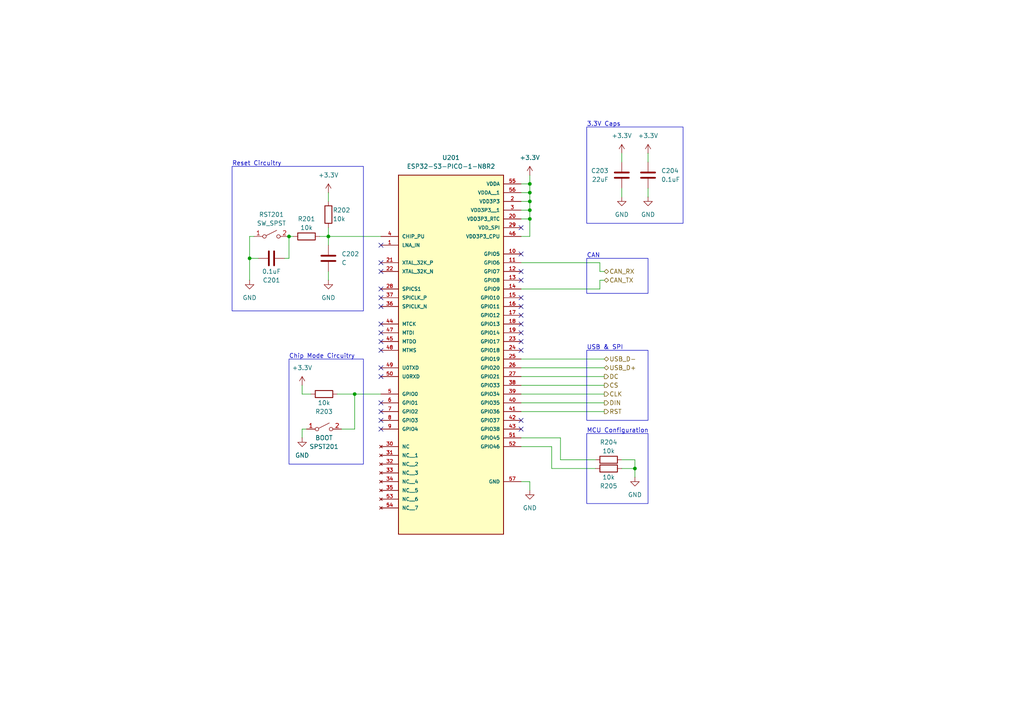
<source format=kicad_sch>
(kicad_sch
	(version 20250114)
	(generator "eeschema")
	(generator_version "9.0")
	(uuid "62de098d-4a76-46cc-9667-f2b4eaf3e091")
	(paper "A4")
	(title_block
		(title "DisplayBoard")
		(date "2025-10-21")
		(rev "v1.0")
		(company "DIY - Finn Ganser")
	)
	(lib_symbols
		(symbol "Device:C"
			(pin_numbers
				(hide yes)
			)
			(pin_names
				(offset 0.254)
			)
			(exclude_from_sim no)
			(in_bom yes)
			(on_board yes)
			(property "Reference" "C"
				(at 0.635 2.54 0)
				(effects
					(font
						(size 1.27 1.27)
					)
					(justify left)
				)
			)
			(property "Value" "C"
				(at 0.635 -2.54 0)
				(effects
					(font
						(size 1.27 1.27)
					)
					(justify left)
				)
			)
			(property "Footprint" ""
				(at 0.9652 -3.81 0)
				(effects
					(font
						(size 1.27 1.27)
					)
					(hide yes)
				)
			)
			(property "Datasheet" "~"
				(at 0 0 0)
				(effects
					(font
						(size 1.27 1.27)
					)
					(hide yes)
				)
			)
			(property "Description" "Unpolarized capacitor"
				(at 0 0 0)
				(effects
					(font
						(size 1.27 1.27)
					)
					(hide yes)
				)
			)
			(property "ki_keywords" "cap capacitor"
				(at 0 0 0)
				(effects
					(font
						(size 1.27 1.27)
					)
					(hide yes)
				)
			)
			(property "ki_fp_filters" "C_*"
				(at 0 0 0)
				(effects
					(font
						(size 1.27 1.27)
					)
					(hide yes)
				)
			)
			(symbol "C_0_1"
				(polyline
					(pts
						(xy -2.032 0.762) (xy 2.032 0.762)
					)
					(stroke
						(width 0.508)
						(type default)
					)
					(fill
						(type none)
					)
				)
				(polyline
					(pts
						(xy -2.032 -0.762) (xy 2.032 -0.762)
					)
					(stroke
						(width 0.508)
						(type default)
					)
					(fill
						(type none)
					)
				)
			)
			(symbol "C_1_1"
				(pin passive line
					(at 0 3.81 270)
					(length 2.794)
					(name "~"
						(effects
							(font
								(size 1.27 1.27)
							)
						)
					)
					(number "1"
						(effects
							(font
								(size 1.27 1.27)
							)
						)
					)
				)
				(pin passive line
					(at 0 -3.81 90)
					(length 2.794)
					(name "~"
						(effects
							(font
								(size 1.27 1.27)
							)
						)
					)
					(number "2"
						(effects
							(font
								(size 1.27 1.27)
							)
						)
					)
				)
			)
			(embedded_fonts no)
		)
		(symbol "Device:R"
			(pin_numbers
				(hide yes)
			)
			(pin_names
				(offset 0)
			)
			(exclude_from_sim no)
			(in_bom yes)
			(on_board yes)
			(property "Reference" "R"
				(at 2.032 0 90)
				(effects
					(font
						(size 1.27 1.27)
					)
				)
			)
			(property "Value" "R"
				(at 0 0 90)
				(effects
					(font
						(size 1.27 1.27)
					)
				)
			)
			(property "Footprint" ""
				(at -1.778 0 90)
				(effects
					(font
						(size 1.27 1.27)
					)
					(hide yes)
				)
			)
			(property "Datasheet" "~"
				(at 0 0 0)
				(effects
					(font
						(size 1.27 1.27)
					)
					(hide yes)
				)
			)
			(property "Description" "Resistor"
				(at 0 0 0)
				(effects
					(font
						(size 1.27 1.27)
					)
					(hide yes)
				)
			)
			(property "ki_keywords" "R res resistor"
				(at 0 0 0)
				(effects
					(font
						(size 1.27 1.27)
					)
					(hide yes)
				)
			)
			(property "ki_fp_filters" "R_*"
				(at 0 0 0)
				(effects
					(font
						(size 1.27 1.27)
					)
					(hide yes)
				)
			)
			(symbol "R_0_1"
				(rectangle
					(start -1.016 -2.54)
					(end 1.016 2.54)
					(stroke
						(width 0.254)
						(type default)
					)
					(fill
						(type none)
					)
				)
			)
			(symbol "R_1_1"
				(pin passive line
					(at 0 3.81 270)
					(length 1.27)
					(name "~"
						(effects
							(font
								(size 1.27 1.27)
							)
						)
					)
					(number "1"
						(effects
							(font
								(size 1.27 1.27)
							)
						)
					)
				)
				(pin passive line
					(at 0 -3.81 90)
					(length 1.27)
					(name "~"
						(effects
							(font
								(size 1.27 1.27)
							)
						)
					)
					(number "2"
						(effects
							(font
								(size 1.27 1.27)
							)
						)
					)
				)
			)
			(embedded_fonts no)
		)
		(symbol "ESP32-S3-PICO-1-N8R2:ESP32-S3-PICO-1-N8R2"
			(pin_names
				(offset 1.016)
			)
			(exclude_from_sim no)
			(in_bom yes)
			(on_board yes)
			(property "Reference" "U"
				(at -15.24 43.942 0)
				(effects
					(font
						(size 1.27 1.27)
					)
					(justify left bottom)
				)
			)
			(property "Value" "ESP32-S3-PICO-1-N8R2"
				(at -15.24 -63.5 0)
				(effects
					(font
						(size 1.27 1.27)
					)
					(justify left bottom)
				)
			)
			(property "Footprint" "ESP32-S3-PICO-1-N8R2:PQFN40P700X700X106-57N"
				(at 0 0 0)
				(effects
					(font
						(size 1.27 1.27)
					)
					(justify bottom)
					(hide yes)
				)
			)
			(property "Datasheet" ""
				(at 0 0 0)
				(effects
					(font
						(size 1.27 1.27)
					)
					(hide yes)
				)
			)
			(property "Description" ""
				(at 0 0 0)
				(effects
					(font
						(size 1.27 1.27)
					)
					(hide yes)
				)
			)
			(property "PARTREV" "1.0"
				(at 0 0 0)
				(effects
					(font
						(size 1.27 1.27)
					)
					(justify bottom)
					(hide yes)
				)
			)
			(property "STANDARD" "Manufacturer Recommendations"
				(at 0 0 0)
				(effects
					(font
						(size 1.27 1.27)
					)
					(justify bottom)
					(hide yes)
				)
			)
			(property "SNAPEDA_PACKAGE_ID" "123998"
				(at 0 0 0)
				(effects
					(font
						(size 1.27 1.27)
					)
					(justify bottom)
					(hide yes)
				)
			)
			(property "MAXIMUM_PACKAGE_HEIGHT" "1.060mm"
				(at 0 0 0)
				(effects
					(font
						(size 1.27 1.27)
					)
					(justify bottom)
					(hide yes)
				)
			)
			(property "MANUFACTURER" "Espressif Systems"
				(at 0 0 0)
				(effects
					(font
						(size 1.27 1.27)
					)
					(justify bottom)
					(hide yes)
				)
			)
			(symbol "ESP32-S3-PICO-1-N8R2_0_0"
				(rectangle
					(start -15.24 -60.96)
					(end 15.24 43.18)
					(stroke
						(width 0.254)
						(type default)
					)
					(fill
						(type background)
					)
				)
				(pin input line
					(at -20.32 25.4 0)
					(length 5.08)
					(name "CHIP_PU"
						(effects
							(font
								(size 1.016 1.016)
							)
						)
					)
					(number "4"
						(effects
							(font
								(size 1.016 1.016)
							)
						)
					)
				)
				(pin bidirectional line
					(at -20.32 22.86 0)
					(length 5.08)
					(name "LNA_IN"
						(effects
							(font
								(size 1.016 1.016)
							)
						)
					)
					(number "1"
						(effects
							(font
								(size 1.016 1.016)
							)
						)
					)
				)
				(pin bidirectional line
					(at -20.32 17.78 0)
					(length 5.08)
					(name "XTAL_32K_P"
						(effects
							(font
								(size 1.016 1.016)
							)
						)
					)
					(number "21"
						(effects
							(font
								(size 1.016 1.016)
							)
						)
					)
				)
				(pin bidirectional line
					(at -20.32 15.24 0)
					(length 5.08)
					(name "XTAL_32K_N"
						(effects
							(font
								(size 1.016 1.016)
							)
						)
					)
					(number "22"
						(effects
							(font
								(size 1.016 1.016)
							)
						)
					)
				)
				(pin bidirectional line
					(at -20.32 10.16 0)
					(length 5.08)
					(name "SPICS1"
						(effects
							(font
								(size 1.016 1.016)
							)
						)
					)
					(number "28"
						(effects
							(font
								(size 1.016 1.016)
							)
						)
					)
				)
				(pin bidirectional line
					(at -20.32 7.62 0)
					(length 5.08)
					(name "SPICLK_P"
						(effects
							(font
								(size 1.016 1.016)
							)
						)
					)
					(number "37"
						(effects
							(font
								(size 1.016 1.016)
							)
						)
					)
				)
				(pin bidirectional line
					(at -20.32 5.08 0)
					(length 5.08)
					(name "SPICLK_N"
						(effects
							(font
								(size 1.016 1.016)
							)
						)
					)
					(number "36"
						(effects
							(font
								(size 1.016 1.016)
							)
						)
					)
				)
				(pin bidirectional line
					(at -20.32 0 0)
					(length 5.08)
					(name "MTCK"
						(effects
							(font
								(size 1.016 1.016)
							)
						)
					)
					(number "44"
						(effects
							(font
								(size 1.016 1.016)
							)
						)
					)
				)
				(pin bidirectional line
					(at -20.32 -2.54 0)
					(length 5.08)
					(name "MTDI"
						(effects
							(font
								(size 1.016 1.016)
							)
						)
					)
					(number "47"
						(effects
							(font
								(size 1.016 1.016)
							)
						)
					)
				)
				(pin bidirectional line
					(at -20.32 -5.08 0)
					(length 5.08)
					(name "MTDO"
						(effects
							(font
								(size 1.016 1.016)
							)
						)
					)
					(number "45"
						(effects
							(font
								(size 1.016 1.016)
							)
						)
					)
				)
				(pin bidirectional line
					(at -20.32 -7.62 0)
					(length 5.08)
					(name "MTMS"
						(effects
							(font
								(size 1.016 1.016)
							)
						)
					)
					(number "48"
						(effects
							(font
								(size 1.016 1.016)
							)
						)
					)
				)
				(pin bidirectional line
					(at -20.32 -12.7 0)
					(length 5.08)
					(name "U0TXD"
						(effects
							(font
								(size 1.016 1.016)
							)
						)
					)
					(number "49"
						(effects
							(font
								(size 1.016 1.016)
							)
						)
					)
				)
				(pin bidirectional line
					(at -20.32 -15.24 0)
					(length 5.08)
					(name "U0RXD"
						(effects
							(font
								(size 1.016 1.016)
							)
						)
					)
					(number "50"
						(effects
							(font
								(size 1.016 1.016)
							)
						)
					)
				)
				(pin bidirectional line
					(at -20.32 -20.32 0)
					(length 5.08)
					(name "GPIO0"
						(effects
							(font
								(size 1.016 1.016)
							)
						)
					)
					(number "5"
						(effects
							(font
								(size 1.016 1.016)
							)
						)
					)
				)
				(pin bidirectional line
					(at -20.32 -22.86 0)
					(length 5.08)
					(name "GPIO1"
						(effects
							(font
								(size 1.016 1.016)
							)
						)
					)
					(number "6"
						(effects
							(font
								(size 1.016 1.016)
							)
						)
					)
				)
				(pin bidirectional line
					(at -20.32 -25.4 0)
					(length 5.08)
					(name "GPIO2"
						(effects
							(font
								(size 1.016 1.016)
							)
						)
					)
					(number "7"
						(effects
							(font
								(size 1.016 1.016)
							)
						)
					)
				)
				(pin bidirectional line
					(at -20.32 -27.94 0)
					(length 5.08)
					(name "GPIO3"
						(effects
							(font
								(size 1.016 1.016)
							)
						)
					)
					(number "8"
						(effects
							(font
								(size 1.016 1.016)
							)
						)
					)
				)
				(pin bidirectional line
					(at -20.32 -30.48 0)
					(length 5.08)
					(name "GPIO4"
						(effects
							(font
								(size 1.016 1.016)
							)
						)
					)
					(number "9"
						(effects
							(font
								(size 1.016 1.016)
							)
						)
					)
				)
				(pin no_connect line
					(at -20.32 -35.56 0)
					(length 5.08)
					(name "NC"
						(effects
							(font
								(size 1.016 1.016)
							)
						)
					)
					(number "30"
						(effects
							(font
								(size 1.016 1.016)
							)
						)
					)
				)
				(pin no_connect line
					(at -20.32 -38.1 0)
					(length 5.08)
					(name "NC__1"
						(effects
							(font
								(size 1.016 1.016)
							)
						)
					)
					(number "31"
						(effects
							(font
								(size 1.016 1.016)
							)
						)
					)
				)
				(pin no_connect line
					(at -20.32 -40.64 0)
					(length 5.08)
					(name "NC__2"
						(effects
							(font
								(size 1.016 1.016)
							)
						)
					)
					(number "32"
						(effects
							(font
								(size 1.016 1.016)
							)
						)
					)
				)
				(pin no_connect line
					(at -20.32 -43.18 0)
					(length 5.08)
					(name "NC__3"
						(effects
							(font
								(size 1.016 1.016)
							)
						)
					)
					(number "33"
						(effects
							(font
								(size 1.016 1.016)
							)
						)
					)
				)
				(pin no_connect line
					(at -20.32 -45.72 0)
					(length 5.08)
					(name "NC__4"
						(effects
							(font
								(size 1.016 1.016)
							)
						)
					)
					(number "34"
						(effects
							(font
								(size 1.016 1.016)
							)
						)
					)
				)
				(pin no_connect line
					(at -20.32 -48.26 0)
					(length 5.08)
					(name "NC__5"
						(effects
							(font
								(size 1.016 1.016)
							)
						)
					)
					(number "35"
						(effects
							(font
								(size 1.016 1.016)
							)
						)
					)
				)
				(pin no_connect line
					(at -20.32 -50.8 0)
					(length 5.08)
					(name "NC__6"
						(effects
							(font
								(size 1.016 1.016)
							)
						)
					)
					(number "53"
						(effects
							(font
								(size 1.016 1.016)
							)
						)
					)
				)
				(pin no_connect line
					(at -20.32 -53.34 0)
					(length 5.08)
					(name "NC__7"
						(effects
							(font
								(size 1.016 1.016)
							)
						)
					)
					(number "54"
						(effects
							(font
								(size 1.016 1.016)
							)
						)
					)
				)
				(pin power_in line
					(at 20.32 40.64 180)
					(length 5.08)
					(name "VDDA"
						(effects
							(font
								(size 1.016 1.016)
							)
						)
					)
					(number "55"
						(effects
							(font
								(size 1.016 1.016)
							)
						)
					)
				)
				(pin power_in line
					(at 20.32 38.1 180)
					(length 5.08)
					(name "VDDA__1"
						(effects
							(font
								(size 1.016 1.016)
							)
						)
					)
					(number "56"
						(effects
							(font
								(size 1.016 1.016)
							)
						)
					)
				)
				(pin power_in line
					(at 20.32 35.56 180)
					(length 5.08)
					(name "VDD3P3"
						(effects
							(font
								(size 1.016 1.016)
							)
						)
					)
					(number "2"
						(effects
							(font
								(size 1.016 1.016)
							)
						)
					)
				)
				(pin power_in line
					(at 20.32 33.02 180)
					(length 5.08)
					(name "VDD3P3__1"
						(effects
							(font
								(size 1.016 1.016)
							)
						)
					)
					(number "3"
						(effects
							(font
								(size 1.016 1.016)
							)
						)
					)
				)
				(pin power_in line
					(at 20.32 30.48 180)
					(length 5.08)
					(name "VDD3P3_RTC"
						(effects
							(font
								(size 1.016 1.016)
							)
						)
					)
					(number "20"
						(effects
							(font
								(size 1.016 1.016)
							)
						)
					)
				)
				(pin power_in line
					(at 20.32 27.94 180)
					(length 5.08)
					(name "VDD_SPI"
						(effects
							(font
								(size 1.016 1.016)
							)
						)
					)
					(number "29"
						(effects
							(font
								(size 1.016 1.016)
							)
						)
					)
				)
				(pin power_in line
					(at 20.32 25.4 180)
					(length 5.08)
					(name "VDD3P3_CPU"
						(effects
							(font
								(size 1.016 1.016)
							)
						)
					)
					(number "46"
						(effects
							(font
								(size 1.016 1.016)
							)
						)
					)
				)
				(pin bidirectional line
					(at 20.32 20.32 180)
					(length 5.08)
					(name "GPIO5"
						(effects
							(font
								(size 1.016 1.016)
							)
						)
					)
					(number "10"
						(effects
							(font
								(size 1.016 1.016)
							)
						)
					)
				)
				(pin bidirectional line
					(at 20.32 17.78 180)
					(length 5.08)
					(name "GPIO6"
						(effects
							(font
								(size 1.016 1.016)
							)
						)
					)
					(number "11"
						(effects
							(font
								(size 1.016 1.016)
							)
						)
					)
				)
				(pin bidirectional line
					(at 20.32 15.24 180)
					(length 5.08)
					(name "GPIO7"
						(effects
							(font
								(size 1.016 1.016)
							)
						)
					)
					(number "12"
						(effects
							(font
								(size 1.016 1.016)
							)
						)
					)
				)
				(pin bidirectional line
					(at 20.32 12.7 180)
					(length 5.08)
					(name "GPIO8"
						(effects
							(font
								(size 1.016 1.016)
							)
						)
					)
					(number "13"
						(effects
							(font
								(size 1.016 1.016)
							)
						)
					)
				)
				(pin bidirectional line
					(at 20.32 10.16 180)
					(length 5.08)
					(name "GPIO9"
						(effects
							(font
								(size 1.016 1.016)
							)
						)
					)
					(number "14"
						(effects
							(font
								(size 1.016 1.016)
							)
						)
					)
				)
				(pin bidirectional line
					(at 20.32 7.62 180)
					(length 5.08)
					(name "GPIO10"
						(effects
							(font
								(size 1.016 1.016)
							)
						)
					)
					(number "15"
						(effects
							(font
								(size 1.016 1.016)
							)
						)
					)
				)
				(pin bidirectional line
					(at 20.32 5.08 180)
					(length 5.08)
					(name "GPIO11"
						(effects
							(font
								(size 1.016 1.016)
							)
						)
					)
					(number "16"
						(effects
							(font
								(size 1.016 1.016)
							)
						)
					)
				)
				(pin bidirectional line
					(at 20.32 2.54 180)
					(length 5.08)
					(name "GPIO12"
						(effects
							(font
								(size 1.016 1.016)
							)
						)
					)
					(number "17"
						(effects
							(font
								(size 1.016 1.016)
							)
						)
					)
				)
				(pin bidirectional line
					(at 20.32 0 180)
					(length 5.08)
					(name "GPIO13"
						(effects
							(font
								(size 1.016 1.016)
							)
						)
					)
					(number "18"
						(effects
							(font
								(size 1.016 1.016)
							)
						)
					)
				)
				(pin bidirectional line
					(at 20.32 -2.54 180)
					(length 5.08)
					(name "GPIO14"
						(effects
							(font
								(size 1.016 1.016)
							)
						)
					)
					(number "19"
						(effects
							(font
								(size 1.016 1.016)
							)
						)
					)
				)
				(pin bidirectional line
					(at 20.32 -5.08 180)
					(length 5.08)
					(name "GPIO17"
						(effects
							(font
								(size 1.016 1.016)
							)
						)
					)
					(number "23"
						(effects
							(font
								(size 1.016 1.016)
							)
						)
					)
				)
				(pin bidirectional line
					(at 20.32 -7.62 180)
					(length 5.08)
					(name "GPIO18"
						(effects
							(font
								(size 1.016 1.016)
							)
						)
					)
					(number "24"
						(effects
							(font
								(size 1.016 1.016)
							)
						)
					)
				)
				(pin bidirectional line
					(at 20.32 -10.16 180)
					(length 5.08)
					(name "GPIO19"
						(effects
							(font
								(size 1.016 1.016)
							)
						)
					)
					(number "25"
						(effects
							(font
								(size 1.016 1.016)
							)
						)
					)
				)
				(pin bidirectional line
					(at 20.32 -12.7 180)
					(length 5.08)
					(name "GPIO20"
						(effects
							(font
								(size 1.016 1.016)
							)
						)
					)
					(number "26"
						(effects
							(font
								(size 1.016 1.016)
							)
						)
					)
				)
				(pin bidirectional line
					(at 20.32 -15.24 180)
					(length 5.08)
					(name "GPIO21"
						(effects
							(font
								(size 1.016 1.016)
							)
						)
					)
					(number "27"
						(effects
							(font
								(size 1.016 1.016)
							)
						)
					)
				)
				(pin bidirectional line
					(at 20.32 -17.78 180)
					(length 5.08)
					(name "GPIO33"
						(effects
							(font
								(size 1.016 1.016)
							)
						)
					)
					(number "38"
						(effects
							(font
								(size 1.016 1.016)
							)
						)
					)
				)
				(pin bidirectional line
					(at 20.32 -20.32 180)
					(length 5.08)
					(name "GPIO34"
						(effects
							(font
								(size 1.016 1.016)
							)
						)
					)
					(number "39"
						(effects
							(font
								(size 1.016 1.016)
							)
						)
					)
				)
				(pin bidirectional line
					(at 20.32 -22.86 180)
					(length 5.08)
					(name "GPIO35"
						(effects
							(font
								(size 1.016 1.016)
							)
						)
					)
					(number "40"
						(effects
							(font
								(size 1.016 1.016)
							)
						)
					)
				)
				(pin bidirectional line
					(at 20.32 -25.4 180)
					(length 5.08)
					(name "GPIO36"
						(effects
							(font
								(size 1.016 1.016)
							)
						)
					)
					(number "41"
						(effects
							(font
								(size 1.016 1.016)
							)
						)
					)
				)
				(pin bidirectional line
					(at 20.32 -27.94 180)
					(length 5.08)
					(name "GPIO37"
						(effects
							(font
								(size 1.016 1.016)
							)
						)
					)
					(number "42"
						(effects
							(font
								(size 1.016 1.016)
							)
						)
					)
				)
				(pin bidirectional line
					(at 20.32 -30.48 180)
					(length 5.08)
					(name "GPIO38"
						(effects
							(font
								(size 1.016 1.016)
							)
						)
					)
					(number "43"
						(effects
							(font
								(size 1.016 1.016)
							)
						)
					)
				)
				(pin bidirectional line
					(at 20.32 -33.02 180)
					(length 5.08)
					(name "GPIO45"
						(effects
							(font
								(size 1.016 1.016)
							)
						)
					)
					(number "51"
						(effects
							(font
								(size 1.016 1.016)
							)
						)
					)
				)
				(pin bidirectional line
					(at 20.32 -35.56 180)
					(length 5.08)
					(name "GPIO46"
						(effects
							(font
								(size 1.016 1.016)
							)
						)
					)
					(number "52"
						(effects
							(font
								(size 1.016 1.016)
							)
						)
					)
				)
				(pin power_in line
					(at 20.32 -45.72 180)
					(length 5.08)
					(name "GND"
						(effects
							(font
								(size 1.016 1.016)
							)
						)
					)
					(number "57"
						(effects
							(font
								(size 1.016 1.016)
							)
						)
					)
				)
			)
			(embedded_fonts no)
		)
		(symbol "Switch:SW_SPST"
			(pin_names
				(offset 0)
				(hide yes)
			)
			(exclude_from_sim no)
			(in_bom yes)
			(on_board yes)
			(property "Reference" "SW"
				(at 0 3.175 0)
				(effects
					(font
						(size 1.27 1.27)
					)
				)
			)
			(property "Value" "SW_SPST"
				(at 0 -2.54 0)
				(effects
					(font
						(size 1.27 1.27)
					)
				)
			)
			(property "Footprint" ""
				(at 0 0 0)
				(effects
					(font
						(size 1.27 1.27)
					)
					(hide yes)
				)
			)
			(property "Datasheet" "~"
				(at 0 0 0)
				(effects
					(font
						(size 1.27 1.27)
					)
					(hide yes)
				)
			)
			(property "Description" "Single Pole Single Throw (SPST) switch"
				(at 0 0 0)
				(effects
					(font
						(size 1.27 1.27)
					)
					(hide yes)
				)
			)
			(property "ki_keywords" "switch lever"
				(at 0 0 0)
				(effects
					(font
						(size 1.27 1.27)
					)
					(hide yes)
				)
			)
			(symbol "SW_SPST_0_0"
				(circle
					(center -2.032 0)
					(radius 0.508)
					(stroke
						(width 0)
						(type default)
					)
					(fill
						(type none)
					)
				)
				(polyline
					(pts
						(xy -1.524 0.254) (xy 1.524 1.778)
					)
					(stroke
						(width 0)
						(type default)
					)
					(fill
						(type none)
					)
				)
				(circle
					(center 2.032 0)
					(radius 0.508)
					(stroke
						(width 0)
						(type default)
					)
					(fill
						(type none)
					)
				)
			)
			(symbol "SW_SPST_1_1"
				(pin passive line
					(at -5.08 0 0)
					(length 2.54)
					(name "A"
						(effects
							(font
								(size 1.27 1.27)
							)
						)
					)
					(number "1"
						(effects
							(font
								(size 1.27 1.27)
							)
						)
					)
				)
				(pin passive line
					(at 5.08 0 180)
					(length 2.54)
					(name "B"
						(effects
							(font
								(size 1.27 1.27)
							)
						)
					)
					(number "2"
						(effects
							(font
								(size 1.27 1.27)
							)
						)
					)
				)
			)
			(embedded_fonts no)
		)
		(symbol "power:+3.3V"
			(power)
			(pin_numbers
				(hide yes)
			)
			(pin_names
				(offset 0)
				(hide yes)
			)
			(exclude_from_sim no)
			(in_bom yes)
			(on_board yes)
			(property "Reference" "#PWR"
				(at 0 -3.81 0)
				(effects
					(font
						(size 1.27 1.27)
					)
					(hide yes)
				)
			)
			(property "Value" "+3.3V"
				(at 0 3.556 0)
				(effects
					(font
						(size 1.27 1.27)
					)
				)
			)
			(property "Footprint" ""
				(at 0 0 0)
				(effects
					(font
						(size 1.27 1.27)
					)
					(hide yes)
				)
			)
			(property "Datasheet" ""
				(at 0 0 0)
				(effects
					(font
						(size 1.27 1.27)
					)
					(hide yes)
				)
			)
			(property "Description" "Power symbol creates a global label with name \"+3.3V\""
				(at 0 0 0)
				(effects
					(font
						(size 1.27 1.27)
					)
					(hide yes)
				)
			)
			(property "ki_keywords" "global power"
				(at 0 0 0)
				(effects
					(font
						(size 1.27 1.27)
					)
					(hide yes)
				)
			)
			(symbol "+3.3V_0_1"
				(polyline
					(pts
						(xy -0.762 1.27) (xy 0 2.54)
					)
					(stroke
						(width 0)
						(type default)
					)
					(fill
						(type none)
					)
				)
				(polyline
					(pts
						(xy 0 2.54) (xy 0.762 1.27)
					)
					(stroke
						(width 0)
						(type default)
					)
					(fill
						(type none)
					)
				)
				(polyline
					(pts
						(xy 0 0) (xy 0 2.54)
					)
					(stroke
						(width 0)
						(type default)
					)
					(fill
						(type none)
					)
				)
			)
			(symbol "+3.3V_1_1"
				(pin power_in line
					(at 0 0 90)
					(length 0)
					(name "~"
						(effects
							(font
								(size 1.27 1.27)
							)
						)
					)
					(number "1"
						(effects
							(font
								(size 1.27 1.27)
							)
						)
					)
				)
			)
			(embedded_fonts no)
		)
		(symbol "power:GND"
			(power)
			(pin_numbers
				(hide yes)
			)
			(pin_names
				(offset 0)
				(hide yes)
			)
			(exclude_from_sim no)
			(in_bom yes)
			(on_board yes)
			(property "Reference" "#PWR"
				(at 0 -6.35 0)
				(effects
					(font
						(size 1.27 1.27)
					)
					(hide yes)
				)
			)
			(property "Value" "GND"
				(at 0 -3.81 0)
				(effects
					(font
						(size 1.27 1.27)
					)
				)
			)
			(property "Footprint" ""
				(at 0 0 0)
				(effects
					(font
						(size 1.27 1.27)
					)
					(hide yes)
				)
			)
			(property "Datasheet" ""
				(at 0 0 0)
				(effects
					(font
						(size 1.27 1.27)
					)
					(hide yes)
				)
			)
			(property "Description" "Power symbol creates a global label with name \"GND\" , ground"
				(at 0 0 0)
				(effects
					(font
						(size 1.27 1.27)
					)
					(hide yes)
				)
			)
			(property "ki_keywords" "global power"
				(at 0 0 0)
				(effects
					(font
						(size 1.27 1.27)
					)
					(hide yes)
				)
			)
			(symbol "GND_0_1"
				(polyline
					(pts
						(xy 0 0) (xy 0 -1.27) (xy 1.27 -1.27) (xy 0 -2.54) (xy -1.27 -1.27) (xy 0 -1.27)
					)
					(stroke
						(width 0)
						(type default)
					)
					(fill
						(type none)
					)
				)
			)
			(symbol "GND_1_1"
				(pin power_in line
					(at 0 0 270)
					(length 0)
					(name "~"
						(effects
							(font
								(size 1.27 1.27)
							)
						)
					)
					(number "1"
						(effects
							(font
								(size 1.27 1.27)
							)
						)
					)
				)
			)
			(embedded_fonts no)
		)
	)
	(rectangle
		(start 170.18 125.73)
		(end 187.96 146.05)
		(stroke
			(width 0)
			(type default)
		)
		(fill
			(type none)
		)
		(uuid 2b5a6642-1982-4313-aabe-e4ddab34b7f3)
	)
	(rectangle
		(start 170.18 74.93)
		(end 187.96 85.09)
		(stroke
			(width 0)
			(type default)
		)
		(fill
			(type none)
		)
		(uuid 40d92d67-bf61-4fb1-b9de-3976e2a45560)
	)
	(rectangle
		(start 170.18 36.83)
		(end 198.12 64.77)
		(stroke
			(width 0)
			(type default)
		)
		(fill
			(type none)
		)
		(uuid 6bd64b5d-2798-45c0-8b38-8a0213c1a10c)
	)
	(rectangle
		(start 170.18 101.6)
		(end 187.96 121.92)
		(stroke
			(width 0)
			(type default)
		)
		(fill
			(type none)
		)
		(uuid ae5b88da-b069-47f3-b798-d16c033abac3)
	)
	(rectangle
		(start 83.82 104.14)
		(end 105.41 134.62)
		(stroke
			(width 0)
			(type default)
		)
		(fill
			(type none)
		)
		(uuid b3e798bd-49c3-4c48-982b-f8c2b319b113)
	)
	(rectangle
		(start 67.31 48.26)
		(end 105.41 90.17)
		(stroke
			(width 0)
			(type default)
		)
		(fill
			(type none)
		)
		(uuid e1bb733b-0643-4127-ab6a-b53ce035467c)
	)
	(text "Chip Mode Circuitry"
		(exclude_from_sim no)
		(at 83.82 104.14 0)
		(effects
			(font
				(size 1.27 1.27)
			)
			(justify left bottom)
		)
		(uuid "12afe4d8-5978-4878-a83c-aab7b7c449e1")
	)
	(text "Reset Circuitry"
		(exclude_from_sim no)
		(at 67.31 48.26 0)
		(effects
			(font
				(size 1.27 1.27)
			)
			(justify left bottom)
		)
		(uuid "365fab97-020b-421b-ae9c-3c2b78910497")
	)
	(text "USB & SPI"
		(exclude_from_sim no)
		(at 170.18 101.6 0)
		(effects
			(font
				(size 1.27 1.27)
			)
			(justify left bottom)
		)
		(uuid "5eb50d17-06bc-4649-adde-63d1fa92f7e6")
	)
	(text "MCU Configuration"
		(exclude_from_sim no)
		(at 170.18 125.73 0)
		(effects
			(font
				(size 1.27 1.27)
			)
			(justify left bottom)
		)
		(uuid "6102fa96-5877-49ad-853f-4d396be24fbf")
	)
	(text "3.3V Caps"
		(exclude_from_sim no)
		(at 170.18 36.83 0)
		(effects
			(font
				(size 1.27 1.27)
			)
			(justify left bottom)
		)
		(uuid "c9e6d283-777c-48da-bbb3-34e36ffdc78b")
	)
	(text "CAN"
		(exclude_from_sim no)
		(at 170.18 74.93 0)
		(effects
			(font
				(size 1.27 1.27)
			)
			(justify left bottom)
		)
		(uuid "d94c237b-7985-4821-a029-e2c10fda7dab")
	)
	(junction
		(at 153.67 58.42)
		(diameter 0)
		(color 0 0 0 0)
		(uuid "17ab51df-83b8-42bb-a9ce-8faff8269b30")
	)
	(junction
		(at 153.67 53.34)
		(diameter 0)
		(color 0 0 0 0)
		(uuid "1c039352-5407-4c0c-bc7a-1675694e2fce")
	)
	(junction
		(at 95.25 68.58)
		(diameter 0)
		(color 0 0 0 0)
		(uuid "2d91f1a9-77e8-44ba-88cf-5ae5e969a2e0")
	)
	(junction
		(at 153.67 63.5)
		(diameter 0)
		(color 0 0 0 0)
		(uuid "3327f514-6920-4b02-a431-d2b2bf680fa8")
	)
	(junction
		(at 184.15 135.89)
		(diameter 0)
		(color 0 0 0 0)
		(uuid "58f41a3c-0dd0-437f-b869-0cdfb93563f2")
	)
	(junction
		(at 153.67 60.96)
		(diameter 0)
		(color 0 0 0 0)
		(uuid "61be172f-5801-449e-9d12-baff359520d5")
	)
	(junction
		(at 83.82 68.58)
		(diameter 0)
		(color 0 0 0 0)
		(uuid "6238e220-19b1-4d76-91ac-d720ed47ca9b")
	)
	(junction
		(at 72.39 74.93)
		(diameter 0)
		(color 0 0 0 0)
		(uuid "7b46cec9-5ba8-408e-922d-64dd2619bdb5")
	)
	(junction
		(at 102.87 114.3)
		(diameter 0)
		(color 0 0 0 0)
		(uuid "b50648c8-10ec-4f53-a97a-2c5d6ef87948")
	)
	(junction
		(at 153.67 55.88)
		(diameter 0)
		(color 0 0 0 0)
		(uuid "f3815d46-7304-43fa-a59e-db89b5bd5b9d")
	)
	(no_connect
		(at 110.49 71.12)
		(uuid "024df1bd-6aa9-4d96-8cce-0491e68e7f21")
	)
	(no_connect
		(at 110.49 86.36)
		(uuid "08fdbfc8-971c-47b0-af27-ad66ea330099")
	)
	(no_connect
		(at 110.49 116.84)
		(uuid "1a4e6e1b-bbf9-4ddc-aaca-c6b72c177047")
	)
	(no_connect
		(at 151.13 121.92)
		(uuid "20b4606d-f723-4f56-a6fc-6f462d8d7329")
	)
	(no_connect
		(at 110.49 76.2)
		(uuid "2c6b05b0-8e2c-4041-8f54-dc8cd8a162cf")
	)
	(no_connect
		(at 151.13 81.28)
		(uuid "30e15093-dbfc-461f-9603-cd70646faf4a")
	)
	(no_connect
		(at 110.49 109.22)
		(uuid "526bd4c3-aa0f-474e-80e9-8ed6b21a1ae1")
	)
	(no_connect
		(at 151.13 96.52)
		(uuid "54276cdd-8986-41b2-b199-7099f5932e2c")
	)
	(no_connect
		(at 110.49 119.38)
		(uuid "65ebc2f3-8d76-4f2a-8552-a38fe9cf061e")
	)
	(no_connect
		(at 110.49 124.46)
		(uuid "66031b6a-f2a5-4c9b-b810-dc57891d3300")
	)
	(no_connect
		(at 151.13 99.06)
		(uuid "6942350e-e32a-4bf0-b985-6417893d096e")
	)
	(no_connect
		(at 110.49 83.82)
		(uuid "7606e418-492c-4962-9306-6bacd416cc50")
	)
	(no_connect
		(at 151.13 124.46)
		(uuid "7a06e170-c01e-4cbc-b24d-898a5dab13dd")
	)
	(no_connect
		(at 151.13 101.6)
		(uuid "8ac0f487-3a09-41b1-a108-0a5851e326fd")
	)
	(no_connect
		(at 110.49 96.52)
		(uuid "965b0607-b7a8-4e56-bd3b-d953c4dee039")
	)
	(no_connect
		(at 110.49 88.9)
		(uuid "a411fde9-f4ad-4d7a-92b0-cc43dd9b407d")
	)
	(no_connect
		(at 110.49 121.92)
		(uuid "a851e37f-f71b-404b-b203-2224435a28b4")
	)
	(no_connect
		(at 110.49 93.98)
		(uuid "b9095928-fc21-4bc5-823a-601c1310dd58")
	)
	(no_connect
		(at 151.13 93.98)
		(uuid "b9cd0845-512f-43c5-ae37-33f009cc9d8c")
	)
	(no_connect
		(at 110.49 99.06)
		(uuid "be0d9e20-045f-4770-b88a-f22493e2900d")
	)
	(no_connect
		(at 110.49 106.68)
		(uuid "c00daf49-799e-40ea-9728-08bdd45739c5")
	)
	(no_connect
		(at 151.13 88.9)
		(uuid "c14d0a52-c4f1-40f3-b6f4-623c4f39484f")
	)
	(no_connect
		(at 151.13 86.36)
		(uuid "cc2ad45a-f976-4a3e-a7ce-324d9d24b96e")
	)
	(no_connect
		(at 110.49 101.6)
		(uuid "db4b7f3e-f668-477a-b094-52a07d04b96f")
	)
	(no_connect
		(at 151.13 66.04)
		(uuid "ec46317b-91f2-4c3c-a542-0a692f946dd1")
	)
	(no_connect
		(at 151.13 78.74)
		(uuid "f37e5f36-f974-4282-8a92-01b802d3422b")
	)
	(no_connect
		(at 110.49 78.74)
		(uuid "f4c57718-00b5-43df-9341-6051f6b36bce")
	)
	(no_connect
		(at 151.13 91.44)
		(uuid "f4c643ab-a560-49eb-92a7-54ff5ca0c830")
	)
	(no_connect
		(at 151.13 73.66)
		(uuid "f9cea52a-6602-4bc2-a0b6-c5fcc7fdffad")
	)
	(wire
		(pts
			(xy 151.13 139.7) (xy 153.67 139.7)
		)
		(stroke
			(width 0)
			(type default)
		)
		(uuid "052a2784-8b32-4c14-8fc2-bf8767154b8b")
	)
	(wire
		(pts
			(xy 151.13 119.38) (xy 175.26 119.38)
		)
		(stroke
			(width 0)
			(type default)
		)
		(uuid "0613dc74-20b0-48b4-9c55-6d584160f7bb")
	)
	(wire
		(pts
			(xy 151.13 53.34) (xy 153.67 53.34)
		)
		(stroke
			(width 0)
			(type default)
		)
		(uuid "0b537e66-d9d8-438c-a8b9-9b6229485f5d")
	)
	(wire
		(pts
			(xy 72.39 68.58) (xy 73.66 68.58)
		)
		(stroke
			(width 0)
			(type default)
		)
		(uuid "0dd70328-843c-4fb0-b49b-d745f8debb1e")
	)
	(wire
		(pts
			(xy 153.67 55.88) (xy 153.67 58.42)
		)
		(stroke
			(width 0)
			(type default)
		)
		(uuid "10e3cf67-087c-46d1-95f5-146d6b649d86")
	)
	(wire
		(pts
			(xy 162.56 133.35) (xy 172.72 133.35)
		)
		(stroke
			(width 0)
			(type default)
		)
		(uuid "1491c1eb-e073-4eb1-a90a-4c2142a41d35")
	)
	(wire
		(pts
			(xy 92.71 68.58) (xy 95.25 68.58)
		)
		(stroke
			(width 0)
			(type default)
		)
		(uuid "15d9879d-eb26-490e-bf98-b07811828c29")
	)
	(wire
		(pts
			(xy 151.13 114.3) (xy 175.26 114.3)
		)
		(stroke
			(width 0)
			(type default)
		)
		(uuid "1bc2e296-2293-4121-a9a9-7a9ef047c997")
	)
	(wire
		(pts
			(xy 74.93 74.93) (xy 72.39 74.93)
		)
		(stroke
			(width 0)
			(type default)
		)
		(uuid "1de8b396-4bbc-42c7-a522-444b540b23b5")
	)
	(wire
		(pts
			(xy 72.39 74.93) (xy 72.39 68.58)
		)
		(stroke
			(width 0)
			(type default)
		)
		(uuid "1e7c69c5-2644-4d9f-8157-5237b7510357")
	)
	(wire
		(pts
			(xy 151.13 116.84) (xy 175.26 116.84)
		)
		(stroke
			(width 0)
			(type default)
		)
		(uuid "3603556c-0e2c-49eb-82de-be947dfd107f")
	)
	(wire
		(pts
			(xy 153.67 139.7) (xy 153.67 142.24)
		)
		(stroke
			(width 0)
			(type default)
		)
		(uuid "37bc2204-6207-4096-815b-ec92df21a11c")
	)
	(wire
		(pts
			(xy 153.67 60.96) (xy 153.67 63.5)
		)
		(stroke
			(width 0)
			(type default)
		)
		(uuid "393cec1b-d86e-49b4-b955-5d40ca561584")
	)
	(wire
		(pts
			(xy 153.67 53.34) (xy 153.67 55.88)
		)
		(stroke
			(width 0)
			(type default)
		)
		(uuid "41144ef9-dcef-4c57-9c07-19051d11f3c6")
	)
	(wire
		(pts
			(xy 175.26 78.74) (xy 173.99 78.74)
		)
		(stroke
			(width 0)
			(type default)
		)
		(uuid "417e72b0-859e-4b0f-bd31-5055f1e9c4b2")
	)
	(wire
		(pts
			(xy 72.39 74.93) (xy 72.39 81.28)
		)
		(stroke
			(width 0)
			(type default)
		)
		(uuid "44418f8d-31e8-4f05-8b94-b0581ad97add")
	)
	(wire
		(pts
			(xy 151.13 127) (xy 162.56 127)
		)
		(stroke
			(width 0)
			(type default)
		)
		(uuid "44aed241-8356-47d3-a2ee-c2a2e67950a7")
	)
	(wire
		(pts
			(xy 172.72 135.89) (xy 160.02 135.89)
		)
		(stroke
			(width 0)
			(type default)
		)
		(uuid "472fd16d-7db5-4d74-8ad1-1649ed4ad30e")
	)
	(wire
		(pts
			(xy 180.34 133.35) (xy 184.15 133.35)
		)
		(stroke
			(width 0)
			(type default)
		)
		(uuid "4e3b29fc-943e-42a1-9666-cc1edb46e6e8")
	)
	(wire
		(pts
			(xy 87.63 114.3) (xy 90.17 114.3)
		)
		(stroke
			(width 0)
			(type default)
		)
		(uuid "4fb21f82-7113-4f77-ae7c-065945d3346d")
	)
	(wire
		(pts
			(xy 95.25 68.58) (xy 95.25 66.04)
		)
		(stroke
			(width 0)
			(type default)
		)
		(uuid "554572ec-979a-4d24-9af6-39af59831fad")
	)
	(wire
		(pts
			(xy 184.15 135.89) (xy 184.15 138.43)
		)
		(stroke
			(width 0)
			(type default)
		)
		(uuid "55bb977a-ff4f-48ff-98ce-5e1516843fc6")
	)
	(wire
		(pts
			(xy 102.87 114.3) (xy 110.49 114.3)
		)
		(stroke
			(width 0)
			(type default)
		)
		(uuid "5b9c9265-52d8-413d-aafa-f390d41b0a75")
	)
	(wire
		(pts
			(xy 173.99 78.74) (xy 173.99 76.2)
		)
		(stroke
			(width 0)
			(type default)
		)
		(uuid "5e7d4650-4411-429f-8022-8287877e3c52")
	)
	(wire
		(pts
			(xy 153.67 55.88) (xy 151.13 55.88)
		)
		(stroke
			(width 0)
			(type default)
		)
		(uuid "60477646-c0f1-41f2-b8bc-37f58847cb0b")
	)
	(wire
		(pts
			(xy 151.13 60.96) (xy 153.67 60.96)
		)
		(stroke
			(width 0)
			(type default)
		)
		(uuid "6b8170d0-8b28-4a70-9e14-21bceb7a9fff")
	)
	(wire
		(pts
			(xy 184.15 133.35) (xy 184.15 135.89)
		)
		(stroke
			(width 0)
			(type default)
		)
		(uuid "6d2481cb-38d2-4a3f-b0b1-51d0653cbe64")
	)
	(wire
		(pts
			(xy 95.25 68.58) (xy 95.25 71.12)
		)
		(stroke
			(width 0)
			(type default)
		)
		(uuid "6d92e164-1eca-4732-aa2b-a55d8710b9d0")
	)
	(wire
		(pts
			(xy 87.63 124.46) (xy 87.63 127)
		)
		(stroke
			(width 0)
			(type default)
		)
		(uuid "6f39876a-980d-4b1a-a680-b05aeb07b303")
	)
	(wire
		(pts
			(xy 88.9 124.46) (xy 87.63 124.46)
		)
		(stroke
			(width 0)
			(type default)
		)
		(uuid "751cdb8d-b0d6-42fb-bc7b-95f2dbf4fe38")
	)
	(wire
		(pts
			(xy 97.79 114.3) (xy 102.87 114.3)
		)
		(stroke
			(width 0)
			(type default)
		)
		(uuid "79cff8ef-ff68-4adf-ac43-7b0e900b5e0d")
	)
	(wire
		(pts
			(xy 180.34 135.89) (xy 184.15 135.89)
		)
		(stroke
			(width 0)
			(type default)
		)
		(uuid "7b4282c3-07fb-4f10-a603-b0643d9ea7d0")
	)
	(wire
		(pts
			(xy 95.25 55.88) (xy 95.25 58.42)
		)
		(stroke
			(width 0)
			(type default)
		)
		(uuid "7e6f534d-3c13-4537-86ae-51fe22e3676b")
	)
	(wire
		(pts
			(xy 95.25 68.58) (xy 110.49 68.58)
		)
		(stroke
			(width 0)
			(type default)
		)
		(uuid "88dd9dfc-f6ad-47c3-af6e-7460e822ba43")
	)
	(wire
		(pts
			(xy 151.13 68.58) (xy 153.67 68.58)
		)
		(stroke
			(width 0)
			(type default)
		)
		(uuid "8e797466-6ad1-4b89-a841-79b8321581ea")
	)
	(wire
		(pts
			(xy 151.13 106.68) (xy 175.26 106.68)
		)
		(stroke
			(width 0)
			(type default)
		)
		(uuid "96082fc6-c96c-4b46-9b3c-d650fdc69a6e")
	)
	(wire
		(pts
			(xy 153.67 58.42) (xy 151.13 58.42)
		)
		(stroke
			(width 0)
			(type default)
		)
		(uuid "9884c4a2-6be1-4eda-a179-271f2340bb31")
	)
	(wire
		(pts
			(xy 151.13 111.76) (xy 175.26 111.76)
		)
		(stroke
			(width 0)
			(type default)
		)
		(uuid "a1f33ecb-841e-4a56-b0b6-4fd4b1b20c3a")
	)
	(wire
		(pts
			(xy 180.34 44.45) (xy 180.34 46.99)
		)
		(stroke
			(width 0)
			(type default)
		)
		(uuid "a527225d-88ac-44e1-b464-8132ca25a2bb")
	)
	(wire
		(pts
			(xy 82.55 74.93) (xy 83.82 74.93)
		)
		(stroke
			(width 0)
			(type default)
		)
		(uuid "a96aee28-80ae-4ee7-9247-3407ff5f28e2")
	)
	(wire
		(pts
			(xy 180.34 54.61) (xy 180.34 57.15)
		)
		(stroke
			(width 0)
			(type default)
		)
		(uuid "b24c036e-da2d-4186-b941-8c0fd947ee20")
	)
	(wire
		(pts
			(xy 151.13 109.22) (xy 175.26 109.22)
		)
		(stroke
			(width 0)
			(type default)
		)
		(uuid "bc230e65-dddd-4ae1-8091-8e688b522491")
	)
	(wire
		(pts
			(xy 153.67 63.5) (xy 153.67 68.58)
		)
		(stroke
			(width 0)
			(type default)
		)
		(uuid "bea70e97-473b-4878-b8a1-af6978fb7e3c")
	)
	(wire
		(pts
			(xy 173.99 83.82) (xy 151.13 83.82)
		)
		(stroke
			(width 0)
			(type default)
		)
		(uuid "bf581d16-e765-4103-bb15-7eb6a07414cb")
	)
	(wire
		(pts
			(xy 160.02 129.54) (xy 151.13 129.54)
		)
		(stroke
			(width 0)
			(type default)
		)
		(uuid "c623dc99-ae01-448d-84ef-c5c64d4732d1")
	)
	(wire
		(pts
			(xy 83.82 68.58) (xy 85.09 68.58)
		)
		(stroke
			(width 0)
			(type default)
		)
		(uuid "c6e29e6c-7ed2-4c64-b6e0-0fee7e3bb9af")
	)
	(wire
		(pts
			(xy 175.26 81.28) (xy 173.99 81.28)
		)
		(stroke
			(width 0)
			(type default)
		)
		(uuid "c8eeb8d4-697f-4a25-9bf4-cd7368660915")
	)
	(wire
		(pts
			(xy 99.06 124.46) (xy 102.87 124.46)
		)
		(stroke
			(width 0)
			(type default)
		)
		(uuid "d51f91fc-6383-414b-9ae3-b674ece17ca8")
	)
	(wire
		(pts
			(xy 187.96 54.61) (xy 187.96 57.15)
		)
		(stroke
			(width 0)
			(type default)
		)
		(uuid "d9fc5411-010b-4a00-b006-3c3383a7ac71")
	)
	(wire
		(pts
			(xy 187.96 44.45) (xy 187.96 46.99)
		)
		(stroke
			(width 0)
			(type default)
		)
		(uuid "da68d4bd-6909-4885-8990-fa25d7a47314")
	)
	(wire
		(pts
			(xy 153.67 50.8) (xy 153.67 53.34)
		)
		(stroke
			(width 0)
			(type default)
		)
		(uuid "df76d585-c928-4b95-8d76-c7ece6fcff63")
	)
	(wire
		(pts
			(xy 173.99 76.2) (xy 151.13 76.2)
		)
		(stroke
			(width 0)
			(type default)
		)
		(uuid "e49b30bb-53a8-4425-97fe-68b7cb2b8ef1")
	)
	(wire
		(pts
			(xy 102.87 124.46) (xy 102.87 114.3)
		)
		(stroke
			(width 0)
			(type default)
		)
		(uuid "ef75cdf5-2bdd-4d30-9e9a-3721d8623677")
	)
	(wire
		(pts
			(xy 160.02 135.89) (xy 160.02 129.54)
		)
		(stroke
			(width 0)
			(type default)
		)
		(uuid "ef86790b-91e4-4017-a870-6d5a342388bb")
	)
	(wire
		(pts
			(xy 162.56 127) (xy 162.56 133.35)
		)
		(stroke
			(width 0)
			(type default)
		)
		(uuid "f03d3fce-8a6b-4496-8a2b-fe54ad189ac7")
	)
	(wire
		(pts
			(xy 151.13 104.14) (xy 175.26 104.14)
		)
		(stroke
			(width 0)
			(type default)
		)
		(uuid "f2ebf73e-03b3-4e33-9f38-e20db79588a8")
	)
	(wire
		(pts
			(xy 153.67 60.96) (xy 153.67 58.42)
		)
		(stroke
			(width 0)
			(type default)
		)
		(uuid "f506a95f-651a-4923-a6d6-a1134e514a2d")
	)
	(wire
		(pts
			(xy 83.82 74.93) (xy 83.82 68.58)
		)
		(stroke
			(width 0)
			(type default)
		)
		(uuid "f67799e5-5ead-4898-9fe2-a984f79442b9")
	)
	(wire
		(pts
			(xy 95.25 78.74) (xy 95.25 81.28)
		)
		(stroke
			(width 0)
			(type default)
		)
		(uuid "f73df5cf-7209-427b-80bb-c5cd75c74c58")
	)
	(wire
		(pts
			(xy 87.63 114.3) (xy 87.63 111.76)
		)
		(stroke
			(width 0)
			(type default)
		)
		(uuid "f832191e-e955-4847-82b8-65d053945f15")
	)
	(wire
		(pts
			(xy 173.99 81.28) (xy 173.99 83.82)
		)
		(stroke
			(width 0)
			(type default)
		)
		(uuid "f85473e6-16f5-48b3-ae7f-aa514bcebf0e")
	)
	(wire
		(pts
			(xy 151.13 63.5) (xy 153.67 63.5)
		)
		(stroke
			(width 0)
			(type default)
		)
		(uuid "fafba679-b9c7-4e19-a734-9351f53f98a2")
	)
	(hierarchical_label "DIN"
		(shape output)
		(at 175.26 116.84 0)
		(effects
			(font
				(size 1.27 1.27)
			)
			(justify left)
		)
		(uuid "0d37fe5e-a90b-4f65-8698-5562252aa7ce")
	)
	(hierarchical_label "USB_D+"
		(shape bidirectional)
		(at 175.26 106.68 0)
		(effects
			(font
				(size 1.27 1.27)
			)
			(justify left)
		)
		(uuid "1598aa78-26ad-4d6e-97dd-78e605f3f331")
	)
	(hierarchical_label "CS"
		(shape output)
		(at 175.26 111.76 0)
		(effects
			(font
				(size 1.27 1.27)
			)
			(justify left)
		)
		(uuid "67c813d7-5fc0-44b9-91b2-6550d038a682")
	)
	(hierarchical_label "RST"
		(shape output)
		(at 175.26 119.38 0)
		(effects
			(font
				(size 1.27 1.27)
			)
			(justify left)
		)
		(uuid "6e4fe733-00d2-4cd9-af84-9f86373d6ef9")
	)
	(hierarchical_label "CLK"
		(shape output)
		(at 175.26 114.3 0)
		(effects
			(font
				(size 1.27 1.27)
			)
			(justify left)
		)
		(uuid "7f8f6153-0336-4e10-8d22-0c852f2ac75c")
	)
	(hierarchical_label "DC"
		(shape output)
		(at 175.26 109.22 0)
		(effects
			(font
				(size 1.27 1.27)
			)
			(justify left)
		)
		(uuid "a0dd5e7e-6d94-4fb9-8b1d-352034fc782c")
	)
	(hierarchical_label "CAN_RX"
		(shape bidirectional)
		(at 175.26 78.74 0)
		(effects
			(font
				(size 1.27 1.27)
			)
			(justify left)
		)
		(uuid "c48d8f41-bf7c-48d5-b94e-ea1ab428a51f")
	)
	(hierarchical_label "CAN_TX"
		(shape bidirectional)
		(at 175.26 81.28 0)
		(effects
			(font
				(size 1.27 1.27)
			)
			(justify left)
		)
		(uuid "ce5095fe-73a7-4ec4-8342-3948b70e4a22")
	)
	(hierarchical_label "USB_D-"
		(shape bidirectional)
		(at 175.26 104.14 0)
		(effects
			(font
				(size 1.27 1.27)
			)
			(justify left)
		)
		(uuid "d231e6cc-3998-41c6-8a7d-2cba8934255c")
	)
	(symbol
		(lib_id "Device:R")
		(at 176.53 135.89 270)
		(mirror x)
		(unit 1)
		(exclude_from_sim no)
		(in_bom yes)
		(on_board yes)
		(dnp no)
		(uuid "1e4cc0b4-85cb-4c4b-80e5-4ad9cfc9f5ba")
		(property "Reference" "R205"
			(at 176.53 140.97 90)
			(effects
				(font
					(size 1.27 1.27)
				)
			)
		)
		(property "Value" "10k"
			(at 176.53 138.43 90)
			(effects
				(font
					(size 1.27 1.27)
				)
			)
		)
		(property "Footprint" "Resistor_SMD:R_0603_1608Metric"
			(at 176.53 137.668 90)
			(effects
				(font
					(size 1.27 1.27)
				)
				(hide yes)
			)
		)
		(property "Datasheet" "~"
			(at 176.53 135.89 0)
			(effects
				(font
					(size 1.27 1.27)
				)
				(hide yes)
			)
		)
		(property "Description" "Resistor"
			(at 176.53 135.89 0)
			(effects
				(font
					(size 1.27 1.27)
				)
				(hide yes)
			)
		)
		(pin "2"
			(uuid "bfb9366d-26bb-4a83-92d1-8bde7dc6bedf")
		)
		(pin "1"
			(uuid "89520424-017b-41dd-bbe4-d91abde3dd84")
		)
		(instances
			(project "DisplayBoard"
				(path "/4ecff8d9-5a60-4ce9-8e7b-5b5857912994/bfca5b9d-e311-4674-b497-b1ca0f8eca79"
					(reference "R205")
					(unit 1)
				)
			)
		)
	)
	(symbol
		(lib_id "power:GND")
		(at 184.15 138.43 0)
		(unit 1)
		(exclude_from_sim no)
		(in_bom yes)
		(on_board yes)
		(dnp no)
		(fields_autoplaced yes)
		(uuid "22bfa130-708e-493a-b15b-6c8504c1eee3")
		(property "Reference" "#PWR0208"
			(at 184.15 144.78 0)
			(effects
				(font
					(size 1.27 1.27)
				)
				(hide yes)
			)
		)
		(property "Value" "GND"
			(at 184.15 143.51 0)
			(effects
				(font
					(size 1.27 1.27)
				)
			)
		)
		(property "Footprint" ""
			(at 184.15 138.43 0)
			(effects
				(font
					(size 1.27 1.27)
				)
				(hide yes)
			)
		)
		(property "Datasheet" ""
			(at 184.15 138.43 0)
			(effects
				(font
					(size 1.27 1.27)
				)
				(hide yes)
			)
		)
		(property "Description" "Power symbol creates a global label with name \"GND\" , ground"
			(at 184.15 138.43 0)
			(effects
				(font
					(size 1.27 1.27)
				)
				(hide yes)
			)
		)
		(pin "1"
			(uuid "dd708903-a077-4c3c-9869-9511f56ca483")
		)
		(instances
			(project ""
				(path "/4ecff8d9-5a60-4ce9-8e7b-5b5857912994/bfca5b9d-e311-4674-b497-b1ca0f8eca79"
					(reference "#PWR0208")
					(unit 1)
				)
			)
		)
	)
	(symbol
		(lib_id "Switch:SW_SPST")
		(at 78.74 68.58 0)
		(unit 1)
		(exclude_from_sim no)
		(in_bom yes)
		(on_board yes)
		(dnp no)
		(fields_autoplaced yes)
		(uuid "23ef8406-cdf6-4a2a-b47b-f4dd6918a9a5")
		(property "Reference" "RST201"
			(at 78.74 62.23 0)
			(effects
				(font
					(size 1.27 1.27)
				)
			)
		)
		(property "Value" "SW_SPST"
			(at 78.74 64.77 0)
			(effects
				(font
					(size 1.27 1.27)
				)
			)
		)
		(property "Footprint" "TS-1088-AR02016:SMD_Push_Button"
			(at 78.74 68.58 0)
			(effects
				(font
					(size 1.27 1.27)
				)
				(hide yes)
			)
		)
		(property "Datasheet" "~"
			(at 78.74 68.58 0)
			(effects
				(font
					(size 1.27 1.27)
				)
				(hide yes)
			)
		)
		(property "Description" "Single Pole Single Throw (SPST) switch"
			(at 78.74 68.58 0)
			(effects
				(font
					(size 1.27 1.27)
				)
				(hide yes)
			)
		)
		(pin "1"
			(uuid "334d5724-4503-4acb-ba70-549119bc48bd")
		)
		(pin "2"
			(uuid "2785a2cc-54b5-4449-971d-55b1ec0e6224")
		)
		(instances
			(project ""
				(path "/4ecff8d9-5a60-4ce9-8e7b-5b5857912994/bfca5b9d-e311-4674-b497-b1ca0f8eca79"
					(reference "RST201")
					(unit 1)
				)
			)
		)
	)
	(symbol
		(lib_id "Device:C")
		(at 78.74 74.93 270)
		(mirror x)
		(unit 1)
		(exclude_from_sim no)
		(in_bom yes)
		(on_board yes)
		(dnp no)
		(uuid "26c1665f-4215-44d6-9634-cc6faaed4642")
		(property "Reference" "C201"
			(at 78.74 81.28 90)
			(effects
				(font
					(size 1.27 1.27)
				)
			)
		)
		(property "Value" "0.1uF"
			(at 78.74 78.74 90)
			(effects
				(font
					(size 1.27 1.27)
				)
			)
		)
		(property "Footprint" "Capacitor_SMD:C_0805_2012Metric"
			(at 74.93 73.9648 0)
			(effects
				(font
					(size 1.27 1.27)
				)
				(hide yes)
			)
		)
		(property "Datasheet" "~"
			(at 78.74 74.93 0)
			(effects
				(font
					(size 1.27 1.27)
				)
				(hide yes)
			)
		)
		(property "Description" "Unpolarized capacitor"
			(at 78.74 74.93 0)
			(effects
				(font
					(size 1.27 1.27)
				)
				(hide yes)
			)
		)
		(pin "2"
			(uuid "f6037da7-602e-4774-8ce6-6ac29820adfb")
		)
		(pin "1"
			(uuid "552f27ff-1b79-4131-bbfd-ef316687213a")
		)
		(instances
			(project "DisplayBoard"
				(path "/4ecff8d9-5a60-4ce9-8e7b-5b5857912994/bfca5b9d-e311-4674-b497-b1ca0f8eca79"
					(reference "C201")
					(unit 1)
				)
			)
		)
	)
	(symbol
		(lib_id "power:+3.3V")
		(at 95.25 55.88 0)
		(unit 1)
		(exclude_from_sim no)
		(in_bom yes)
		(on_board yes)
		(dnp no)
		(fields_autoplaced yes)
		(uuid "28c219b2-16ba-4743-86f8-262b3a79a219")
		(property "Reference" "#PWR0204"
			(at 95.25 59.69 0)
			(effects
				(font
					(size 1.27 1.27)
				)
				(hide yes)
			)
		)
		(property "Value" "+3.3V"
			(at 95.25 50.8 0)
			(effects
				(font
					(size 1.27 1.27)
				)
			)
		)
		(property "Footprint" ""
			(at 95.25 55.88 0)
			(effects
				(font
					(size 1.27 1.27)
				)
				(hide yes)
			)
		)
		(property "Datasheet" ""
			(at 95.25 55.88 0)
			(effects
				(font
					(size 1.27 1.27)
				)
				(hide yes)
			)
		)
		(property "Description" "Power symbol creates a global label with name \"+3.3V\""
			(at 95.25 55.88 0)
			(effects
				(font
					(size 1.27 1.27)
				)
				(hide yes)
			)
		)
		(pin "1"
			(uuid "5444aeea-0fac-4ea1-8360-a38def54721a")
		)
		(instances
			(project "DisplayBoard"
				(path "/4ecff8d9-5a60-4ce9-8e7b-5b5857912994/bfca5b9d-e311-4674-b497-b1ca0f8eca79"
					(reference "#PWR0204")
					(unit 1)
				)
			)
		)
	)
	(symbol
		(lib_id "ESP32-S3-PICO-1-N8R2:ESP32-S3-PICO-1-N8R2")
		(at 130.81 93.98 0)
		(unit 1)
		(exclude_from_sim no)
		(in_bom yes)
		(on_board yes)
		(dnp no)
		(fields_autoplaced yes)
		(uuid "34ec9e9b-3560-4a34-a9e9-ad18f760ee71")
		(property "Reference" "U201"
			(at 130.81 45.72 0)
			(effects
				(font
					(size 1.27 1.27)
				)
			)
		)
		(property "Value" "ESP32-S3-PICO-1-N8R2"
			(at 130.81 48.26 0)
			(effects
				(font
					(size 1.27 1.27)
				)
			)
		)
		(property "Footprint" "ESP32-S3-PICO-1:PQFN40P700X700X106-57N"
			(at 130.81 93.98 0)
			(effects
				(font
					(size 1.27 1.27)
				)
				(justify bottom)
				(hide yes)
			)
		)
		(property "Datasheet" ""
			(at 130.81 93.98 0)
			(effects
				(font
					(size 1.27 1.27)
				)
				(hide yes)
			)
		)
		(property "Description" ""
			(at 130.81 93.98 0)
			(effects
				(font
					(size 1.27 1.27)
				)
				(hide yes)
			)
		)
		(property "PARTREV" "1.0"
			(at 130.81 93.98 0)
			(effects
				(font
					(size 1.27 1.27)
				)
				(justify bottom)
				(hide yes)
			)
		)
		(property "STANDARD" "Manufacturer Recommendations"
			(at 130.81 93.98 0)
			(effects
				(font
					(size 1.27 1.27)
				)
				(justify bottom)
				(hide yes)
			)
		)
		(property "SNAPEDA_PACKAGE_ID" "123998"
			(at 130.81 93.98 0)
			(effects
				(font
					(size 1.27 1.27)
				)
				(justify bottom)
				(hide yes)
			)
		)
		(property "MAXIMUM_PACKAGE_HEIGHT" "1.060mm"
			(at 130.81 93.98 0)
			(effects
				(font
					(size 1.27 1.27)
				)
				(justify bottom)
				(hide yes)
			)
		)
		(property "MANUFACTURER" "Espressif Systems"
			(at 130.81 93.98 0)
			(effects
				(font
					(size 1.27 1.27)
				)
				(justify bottom)
				(hide yes)
			)
		)
		(pin "20"
			(uuid "81637a03-099c-4a8b-9c9f-10f04ea86d3b")
		)
		(pin "2"
			(uuid "01115a0a-16f1-4c49-bf55-f0a6335d210f")
		)
		(pin "8"
			(uuid "77f9f67d-0b32-45d5-958a-5a217c24f9c4")
		)
		(pin "34"
			(uuid "67e917dc-60e3-45ed-8ec1-9f679d42ed09")
		)
		(pin "40"
			(uuid "1182e2f9-725a-48cb-a8a0-05d3cc2cdd40")
		)
		(pin "23"
			(uuid "2fcc4678-800b-4f4e-8b82-7fb93c83df82")
		)
		(pin "31"
			(uuid "de54302c-fe0b-4c51-abee-1b1438943434")
		)
		(pin "6"
			(uuid "0f36af6c-7865-4d39-89c5-b53865199946")
		)
		(pin "54"
			(uuid "d55fc286-9130-4b48-becd-934f555b9454")
		)
		(pin "13"
			(uuid "e78e9b98-67f9-4616-84d4-0937753872e3")
		)
		(pin "33"
			(uuid "a7846b5a-e727-404e-95ca-202b75c2a81c")
		)
		(pin "47"
			(uuid "07a01283-717b-4b94-bf42-456c23bb8eaa")
		)
		(pin "12"
			(uuid "ff23be3e-57d8-4b3b-97ff-a75119b0ffb9")
		)
		(pin "39"
			(uuid "0650c6ea-69f8-40a2-ab8a-16750862ecd0")
		)
		(pin "24"
			(uuid "bd352964-8bda-4cac-801f-4354f302b99e")
		)
		(pin "15"
			(uuid "379da9f4-888f-471c-b6b6-fe4ffaa50c69")
		)
		(pin "14"
			(uuid "9e0b89ce-566b-4a23-a69d-22374b64c514")
		)
		(pin "37"
			(uuid "4d8b9928-3508-4c5b-9e5e-075e1918c023")
		)
		(pin "4"
			(uuid "7c2af06f-229c-4781-8697-2b4d0634eefe")
		)
		(pin "1"
			(uuid "4204cb5b-dd95-4d0d-bb40-32625c2cb870")
		)
		(pin "3"
			(uuid "f594399c-b613-4e3a-9a9c-28600ee4a762")
		)
		(pin "49"
			(uuid "b5c41ae3-f324-449b-ac91-9153518b46e3")
		)
		(pin "30"
			(uuid "ff17bf35-89a2-4053-96a4-13de43a35495")
		)
		(pin "56"
			(uuid "eff8bce9-c0e7-4f71-a4da-65e10f8335a1")
		)
		(pin "17"
			(uuid "d29db6da-769a-4ebc-905e-49e3121b1abf")
		)
		(pin "26"
			(uuid "f61c2221-9994-4086-a04c-29be2fecdf90")
		)
		(pin "38"
			(uuid "40fb0374-6c45-40d7-a819-031355ab44c4")
		)
		(pin "42"
			(uuid "4a19e25b-ee2e-426f-836d-4de397af93ef")
		)
		(pin "53"
			(uuid "90baa9ca-1b02-4c27-87da-d62ca649f4f9")
		)
		(pin "45"
			(uuid "f1ffb1f4-5879-4352-930d-10d65c18729b")
		)
		(pin "52"
			(uuid "18d34cb1-1039-4a91-9452-4afcb85d6987")
		)
		(pin "57"
			(uuid "1f3a75ca-a7ac-4344-a5dc-e2bb06dccc81")
		)
		(pin "43"
			(uuid "e0dc9a24-ef55-4c9f-b194-24349bce6ba5")
		)
		(pin "7"
			(uuid "53fe2cd1-0d83-46e1-9a60-6106f0f57537")
		)
		(pin "19"
			(uuid "997dc8cb-3fd8-4461-8cdc-8e1b7d5719b3")
		)
		(pin "29"
			(uuid "cfb71e7d-9571-4e1f-8bc5-ef4c8c1e418d")
		)
		(pin "50"
			(uuid "de4c0d90-b264-4f81-a96e-3b5ca34cfd79")
		)
		(pin "51"
			(uuid "2272e17a-8eb8-431e-b26c-e02f3428258f")
		)
		(pin "18"
			(uuid "84300d67-6bd3-4aa1-a177-18a1a18596eb")
		)
		(pin "41"
			(uuid "074fddda-855e-4a06-9d4f-c537bf6e14b5")
		)
		(pin "55"
			(uuid "6735cb8a-b98e-44c7-ad6b-23dc3a0ce7d3")
		)
		(pin "46"
			(uuid "763fc788-ab86-4c5d-bd45-c4f46b40caf7")
		)
		(pin "16"
			(uuid "dc7cf718-2be7-45ee-8d48-f9bb75343838")
		)
		(pin "9"
			(uuid "4c94d023-160c-4938-a0d2-b2556f13b4ed")
		)
		(pin "35"
			(uuid "cc701681-3aac-47dc-bde7-f8b5d619f6c4")
		)
		(pin "27"
			(uuid "596cf3ab-210b-46be-a7a7-c23822ecef17")
		)
		(pin "11"
			(uuid "823e0114-7989-4a5f-9ab4-151a826f2d3d")
		)
		(pin "10"
			(uuid "1fad9ca0-587b-4433-b0e6-5fa063131011")
		)
		(pin "25"
			(uuid "6b895f00-43d3-4294-8037-8f15757ddc80")
		)
		(pin "48"
			(uuid "c5bb6904-833d-4525-bb0c-43358e85d2ed")
		)
		(pin "32"
			(uuid "16954d24-ebe1-4aa4-ac35-7301d97f0112")
		)
		(pin "5"
			(uuid "4bce1217-e589-4fe8-8d83-30328d80bf8b")
		)
		(pin "22"
			(uuid "4cf99d41-9c8c-4c53-a7c5-e9f76b9b0ab8")
		)
		(pin "21"
			(uuid "4a586d6b-1dd9-4b5a-ac85-138ba4f094d8")
		)
		(pin "36"
			(uuid "7edb2a49-ba23-424c-aec1-526355f7fdf2")
		)
		(pin "28"
			(uuid "5d6e430c-a275-45d6-8193-3679009bd5de")
		)
		(pin "44"
			(uuid "92ad30ed-e363-4943-ac18-b302878a4bed")
		)
		(instances
			(project ""
				(path "/4ecff8d9-5a60-4ce9-8e7b-5b5857912994/bfca5b9d-e311-4674-b497-b1ca0f8eca79"
					(reference "U201")
					(unit 1)
				)
			)
		)
	)
	(symbol
		(lib_id "power:+3.3V")
		(at 87.63 111.76 0)
		(unit 1)
		(exclude_from_sim no)
		(in_bom yes)
		(on_board yes)
		(dnp no)
		(fields_autoplaced yes)
		(uuid "361f6ec8-c614-47db-b861-0a24bb037c27")
		(property "Reference" "#PWR0202"
			(at 87.63 115.57 0)
			(effects
				(font
					(size 1.27 1.27)
				)
				(hide yes)
			)
		)
		(property "Value" "+3.3V"
			(at 87.63 106.68 0)
			(effects
				(font
					(size 1.27 1.27)
				)
			)
		)
		(property "Footprint" ""
			(at 87.63 111.76 0)
			(effects
				(font
					(size 1.27 1.27)
				)
				(hide yes)
			)
		)
		(property "Datasheet" ""
			(at 87.63 111.76 0)
			(effects
				(font
					(size 1.27 1.27)
				)
				(hide yes)
			)
		)
		(property "Description" "Power symbol creates a global label with name \"+3.3V\""
			(at 87.63 111.76 0)
			(effects
				(font
					(size 1.27 1.27)
				)
				(hide yes)
			)
		)
		(pin "1"
			(uuid "3f6a059e-4624-4935-baf0-bac7767bbb1b")
		)
		(instances
			(project ""
				(path "/4ecff8d9-5a60-4ce9-8e7b-5b5857912994/bfca5b9d-e311-4674-b497-b1ca0f8eca79"
					(reference "#PWR0202")
					(unit 1)
				)
			)
		)
	)
	(symbol
		(lib_id "Device:R")
		(at 95.25 62.23 0)
		(mirror y)
		(unit 1)
		(exclude_from_sim no)
		(in_bom yes)
		(on_board yes)
		(dnp no)
		(uuid "39065363-5c2a-4549-87ff-72080b88cf7a")
		(property "Reference" "R202"
			(at 99.06 60.96 0)
			(effects
				(font
					(size 1.27 1.27)
				)
			)
		)
		(property "Value" "10k"
			(at 96.52 63.5 0)
			(effects
				(font
					(size 1.27 1.27)
				)
				(justify right)
			)
		)
		(property "Footprint" "Resistor_SMD:R_0603_1608Metric"
			(at 97.028 62.23 90)
			(effects
				(font
					(size 1.27 1.27)
				)
				(hide yes)
			)
		)
		(property "Datasheet" "~"
			(at 95.25 62.23 0)
			(effects
				(font
					(size 1.27 1.27)
				)
				(hide yes)
			)
		)
		(property "Description" "Resistor"
			(at 95.25 62.23 0)
			(effects
				(font
					(size 1.27 1.27)
				)
				(hide yes)
			)
		)
		(pin "2"
			(uuid "b4612235-00ea-442f-a16f-10ad656fcfe6")
		)
		(pin "1"
			(uuid "abf45787-5c05-4724-966c-b7901e4a9806")
		)
		(instances
			(project "DisplayBoard"
				(path "/4ecff8d9-5a60-4ce9-8e7b-5b5857912994/bfca5b9d-e311-4674-b497-b1ca0f8eca79"
					(reference "R202")
					(unit 1)
				)
			)
		)
	)
	(symbol
		(lib_id "power:GND")
		(at 87.63 127 0)
		(unit 1)
		(exclude_from_sim no)
		(in_bom yes)
		(on_board yes)
		(dnp no)
		(fields_autoplaced yes)
		(uuid "416861c3-134c-4d5c-abc4-757310eab29c")
		(property "Reference" "#PWR0203"
			(at 87.63 133.35 0)
			(effects
				(font
					(size 1.27 1.27)
				)
				(hide yes)
			)
		)
		(property "Value" "GND"
			(at 87.63 132.08 0)
			(effects
				(font
					(size 1.27 1.27)
				)
			)
		)
		(property "Footprint" ""
			(at 87.63 127 0)
			(effects
				(font
					(size 1.27 1.27)
				)
				(hide yes)
			)
		)
		(property "Datasheet" ""
			(at 87.63 127 0)
			(effects
				(font
					(size 1.27 1.27)
				)
				(hide yes)
			)
		)
		(property "Description" "Power symbol creates a global label with name \"GND\" , ground"
			(at 87.63 127 0)
			(effects
				(font
					(size 1.27 1.27)
				)
				(hide yes)
			)
		)
		(pin "1"
			(uuid "f76d2817-d834-4a0b-b5b1-892dba4db629")
		)
		(instances
			(project "DisplayBoard"
				(path "/4ecff8d9-5a60-4ce9-8e7b-5b5857912994/bfca5b9d-e311-4674-b497-b1ca0f8eca79"
					(reference "#PWR0203")
					(unit 1)
				)
			)
		)
	)
	(symbol
		(lib_id "Device:R")
		(at 88.9 68.58 90)
		(mirror x)
		(unit 1)
		(exclude_from_sim no)
		(in_bom yes)
		(on_board yes)
		(dnp no)
		(uuid "4ce1ba74-bd4f-4eed-be59-afa364e3adf2")
		(property "Reference" "R201"
			(at 88.9 63.5 90)
			(effects
				(font
					(size 1.27 1.27)
				)
			)
		)
		(property "Value" "10k"
			(at 88.9 66.04 90)
			(effects
				(font
					(size 1.27 1.27)
				)
			)
		)
		(property "Footprint" "Resistor_SMD:R_0603_1608Metric"
			(at 88.9 66.802 90)
			(effects
				(font
					(size 1.27 1.27)
				)
				(hide yes)
			)
		)
		(property "Datasheet" "~"
			(at 88.9 68.58 0)
			(effects
				(font
					(size 1.27 1.27)
				)
				(hide yes)
			)
		)
		(property "Description" "Resistor"
			(at 88.9 68.58 0)
			(effects
				(font
					(size 1.27 1.27)
				)
				(hide yes)
			)
		)
		(pin "2"
			(uuid "117cbba4-0df5-4501-b1c0-44dec1f2b2c3")
		)
		(pin "1"
			(uuid "e43a68dd-0cac-47ca-b2d8-c57af2cd8e93")
		)
		(instances
			(project "DisplayBoard"
				(path "/4ecff8d9-5a60-4ce9-8e7b-5b5857912994/bfca5b9d-e311-4674-b497-b1ca0f8eca79"
					(reference "R201")
					(unit 1)
				)
			)
		)
	)
	(symbol
		(lib_id "power:GND")
		(at 180.34 57.15 0)
		(unit 1)
		(exclude_from_sim no)
		(in_bom yes)
		(on_board yes)
		(dnp no)
		(fields_autoplaced yes)
		(uuid "60456ee6-91eb-4b47-856c-d6179fb4a58a")
		(property "Reference" "#PWR0210"
			(at 180.34 63.5 0)
			(effects
				(font
					(size 1.27 1.27)
				)
				(hide yes)
			)
		)
		(property "Value" "GND"
			(at 180.34 62.23 0)
			(effects
				(font
					(size 1.27 1.27)
				)
			)
		)
		(property "Footprint" ""
			(at 180.34 57.15 0)
			(effects
				(font
					(size 1.27 1.27)
				)
				(hide yes)
			)
		)
		(property "Datasheet" ""
			(at 180.34 57.15 0)
			(effects
				(font
					(size 1.27 1.27)
				)
				(hide yes)
			)
		)
		(property "Description" "Power symbol creates a global label with name \"GND\" , ground"
			(at 180.34 57.15 0)
			(effects
				(font
					(size 1.27 1.27)
				)
				(hide yes)
			)
		)
		(pin "1"
			(uuid "c9b58e15-6051-47d7-b4f9-1214d6138221")
		)
		(instances
			(project "DisplayBoard"
				(path "/4ecff8d9-5a60-4ce9-8e7b-5b5857912994/bfca5b9d-e311-4674-b497-b1ca0f8eca79"
					(reference "#PWR0210")
					(unit 1)
				)
			)
		)
	)
	(symbol
		(lib_id "Device:C")
		(at 95.25 74.93 0)
		(unit 1)
		(exclude_from_sim no)
		(in_bom yes)
		(on_board yes)
		(dnp no)
		(fields_autoplaced yes)
		(uuid "60664903-4225-459f-bf24-bc9e0f50a84b")
		(property "Reference" "C202"
			(at 99.06 73.6599 0)
			(effects
				(font
					(size 1.27 1.27)
				)
				(justify left)
			)
		)
		(property "Value" "C"
			(at 99.06 76.1999 0)
			(effects
				(font
					(size 1.27 1.27)
				)
				(justify left)
			)
		)
		(property "Footprint" "Capacitor_SMD:C_0805_2012Metric"
			(at 96.2152 78.74 0)
			(effects
				(font
					(size 1.27 1.27)
				)
				(hide yes)
			)
		)
		(property "Datasheet" "~"
			(at 95.25 74.93 0)
			(effects
				(font
					(size 1.27 1.27)
				)
				(hide yes)
			)
		)
		(property "Description" "Unpolarized capacitor"
			(at 95.25 74.93 0)
			(effects
				(font
					(size 1.27 1.27)
				)
				(hide yes)
			)
		)
		(pin "2"
			(uuid "238a64c3-cd88-4106-b7a2-d8b6e3cd3d8b")
		)
		(pin "1"
			(uuid "bb50f5ce-bb17-403c-bde1-fe36dcdffe2a")
		)
		(instances
			(project ""
				(path "/4ecff8d9-5a60-4ce9-8e7b-5b5857912994/bfca5b9d-e311-4674-b497-b1ca0f8eca79"
					(reference "C202")
					(unit 1)
				)
			)
		)
	)
	(symbol
		(lib_id "Device:C")
		(at 180.34 50.8 0)
		(mirror y)
		(unit 1)
		(exclude_from_sim no)
		(in_bom yes)
		(on_board yes)
		(dnp no)
		(uuid "609e3d24-dc11-4d5b-a871-56b62a044548")
		(property "Reference" "C203"
			(at 176.53 49.5299 0)
			(effects
				(font
					(size 1.27 1.27)
				)
				(justify left)
			)
		)
		(property "Value" "22uF"
			(at 176.53 52.0699 0)
			(effects
				(font
					(size 1.27 1.27)
				)
				(justify left)
			)
		)
		(property "Footprint" "Capacitor_SMD:C_0805_2012Metric"
			(at 179.3748 54.61 0)
			(effects
				(font
					(size 1.27 1.27)
				)
				(hide yes)
			)
		)
		(property "Datasheet" "~"
			(at 180.34 50.8 0)
			(effects
				(font
					(size 1.27 1.27)
				)
				(hide yes)
			)
		)
		(property "Description" "Unpolarized capacitor"
			(at 180.34 50.8 0)
			(effects
				(font
					(size 1.27 1.27)
				)
				(hide yes)
			)
		)
		(pin "1"
			(uuid "7727cc48-f471-450f-8a7e-0afcf5c8d232")
		)
		(pin "2"
			(uuid "d868997d-21b6-4fd0-a8da-0ea9b2bcc08d")
		)
		(instances
			(project "DisplayBoard"
				(path "/4ecff8d9-5a60-4ce9-8e7b-5b5857912994/bfca5b9d-e311-4674-b497-b1ca0f8eca79"
					(reference "C203")
					(unit 1)
				)
			)
		)
	)
	(symbol
		(lib_id "power:+3.3V")
		(at 187.96 44.45 0)
		(unit 1)
		(exclude_from_sim no)
		(in_bom yes)
		(on_board yes)
		(dnp no)
		(fields_autoplaced yes)
		(uuid "6900bddf-9913-42f5-9236-acee7baa1a35")
		(property "Reference" "#PWR0211"
			(at 187.96 48.26 0)
			(effects
				(font
					(size 1.27 1.27)
				)
				(hide yes)
			)
		)
		(property "Value" "+3.3V"
			(at 187.96 39.37 0)
			(effects
				(font
					(size 1.27 1.27)
				)
			)
		)
		(property "Footprint" ""
			(at 187.96 44.45 0)
			(effects
				(font
					(size 1.27 1.27)
				)
				(hide yes)
			)
		)
		(property "Datasheet" ""
			(at 187.96 44.45 0)
			(effects
				(font
					(size 1.27 1.27)
				)
				(hide yes)
			)
		)
		(property "Description" "Power symbol creates a global label with name \"+3.3V\""
			(at 187.96 44.45 0)
			(effects
				(font
					(size 1.27 1.27)
				)
				(hide yes)
			)
		)
		(pin "1"
			(uuid "77906196-5a36-4d3b-9899-d01ddf090c75")
		)
		(instances
			(project "DisplayBoard"
				(path "/4ecff8d9-5a60-4ce9-8e7b-5b5857912994/bfca5b9d-e311-4674-b497-b1ca0f8eca79"
					(reference "#PWR0211")
					(unit 1)
				)
			)
		)
	)
	(symbol
		(lib_id "power:+3.3V")
		(at 180.34 44.45 0)
		(unit 1)
		(exclude_from_sim no)
		(in_bom yes)
		(on_board yes)
		(dnp no)
		(fields_autoplaced yes)
		(uuid "7344f41d-58c2-4614-bcb6-a6d72aab8231")
		(property "Reference" "#PWR0209"
			(at 180.34 48.26 0)
			(effects
				(font
					(size 1.27 1.27)
				)
				(hide yes)
			)
		)
		(property "Value" "+3.3V"
			(at 180.34 39.37 0)
			(effects
				(font
					(size 1.27 1.27)
				)
			)
		)
		(property "Footprint" ""
			(at 180.34 44.45 0)
			(effects
				(font
					(size 1.27 1.27)
				)
				(hide yes)
			)
		)
		(property "Datasheet" ""
			(at 180.34 44.45 0)
			(effects
				(font
					(size 1.27 1.27)
				)
				(hide yes)
			)
		)
		(property "Description" "Power symbol creates a global label with name \"+3.3V\""
			(at 180.34 44.45 0)
			(effects
				(font
					(size 1.27 1.27)
				)
				(hide yes)
			)
		)
		(pin "1"
			(uuid "e0867eb9-8c57-496c-9087-4bcd002d6ca2")
		)
		(instances
			(project "DisplayBoard"
				(path "/4ecff8d9-5a60-4ce9-8e7b-5b5857912994/bfca5b9d-e311-4674-b497-b1ca0f8eca79"
					(reference "#PWR0209")
					(unit 1)
				)
			)
		)
	)
	(symbol
		(lib_id "Device:C")
		(at 187.96 50.8 0)
		(unit 1)
		(exclude_from_sim no)
		(in_bom yes)
		(on_board yes)
		(dnp no)
		(uuid "743547e0-1aef-4fe1-bf2e-468fdb3f1c2d")
		(property "Reference" "C204"
			(at 191.77 49.5299 0)
			(effects
				(font
					(size 1.27 1.27)
				)
				(justify left)
			)
		)
		(property "Value" "0.1uF"
			(at 191.77 52.0699 0)
			(effects
				(font
					(size 1.27 1.27)
				)
				(justify left)
			)
		)
		(property "Footprint" "Capacitor_SMD:C_0805_2012Metric"
			(at 188.9252 54.61 0)
			(effects
				(font
					(size 1.27 1.27)
				)
				(hide yes)
			)
		)
		(property "Datasheet" "~"
			(at 187.96 50.8 0)
			(effects
				(font
					(size 1.27 1.27)
				)
				(hide yes)
			)
		)
		(property "Description" "Unpolarized capacitor"
			(at 187.96 50.8 0)
			(effects
				(font
					(size 1.27 1.27)
				)
				(hide yes)
			)
		)
		(pin "1"
			(uuid "22e471c8-0e42-424c-baa0-e693d9c4ad93")
		)
		(pin "2"
			(uuid "815bf82a-3ce1-47fc-b591-1d8656aec2ad")
		)
		(instances
			(project "DisplayBoard"
				(path "/4ecff8d9-5a60-4ce9-8e7b-5b5857912994/bfca5b9d-e311-4674-b497-b1ca0f8eca79"
					(reference "C204")
					(unit 1)
				)
			)
		)
	)
	(symbol
		(lib_id "power:+3.3V")
		(at 153.67 50.8 0)
		(unit 1)
		(exclude_from_sim no)
		(in_bom yes)
		(on_board yes)
		(dnp no)
		(fields_autoplaced yes)
		(uuid "8d06b8d2-4d1b-47d6-a602-b3b786a559f0")
		(property "Reference" "#PWR0206"
			(at 153.67 54.61 0)
			(effects
				(font
					(size 1.27 1.27)
				)
				(hide yes)
			)
		)
		(property "Value" "+3.3V"
			(at 153.67 45.72 0)
			(effects
				(font
					(size 1.27 1.27)
				)
			)
		)
		(property "Footprint" ""
			(at 153.67 50.8 0)
			(effects
				(font
					(size 1.27 1.27)
				)
				(hide yes)
			)
		)
		(property "Datasheet" ""
			(at 153.67 50.8 0)
			(effects
				(font
					(size 1.27 1.27)
				)
				(hide yes)
			)
		)
		(property "Description" "Power symbol creates a global label with name \"+3.3V\""
			(at 153.67 50.8 0)
			(effects
				(font
					(size 1.27 1.27)
				)
				(hide yes)
			)
		)
		(pin "1"
			(uuid "3e5b43a5-b3ae-4d12-a109-432671b39048")
		)
		(instances
			(project "DisplayBoard"
				(path "/4ecff8d9-5a60-4ce9-8e7b-5b5857912994/bfca5b9d-e311-4674-b497-b1ca0f8eca79"
					(reference "#PWR0206")
					(unit 1)
				)
			)
		)
	)
	(symbol
		(lib_id "power:GND")
		(at 187.96 57.15 0)
		(unit 1)
		(exclude_from_sim no)
		(in_bom yes)
		(on_board yes)
		(dnp no)
		(fields_autoplaced yes)
		(uuid "8f446647-d54e-4e79-a4bf-338916aec59e")
		(property "Reference" "#PWR0212"
			(at 187.96 63.5 0)
			(effects
				(font
					(size 1.27 1.27)
				)
				(hide yes)
			)
		)
		(property "Value" "GND"
			(at 187.96 62.23 0)
			(effects
				(font
					(size 1.27 1.27)
				)
			)
		)
		(property "Footprint" ""
			(at 187.96 57.15 0)
			(effects
				(font
					(size 1.27 1.27)
				)
				(hide yes)
			)
		)
		(property "Datasheet" ""
			(at 187.96 57.15 0)
			(effects
				(font
					(size 1.27 1.27)
				)
				(hide yes)
			)
		)
		(property "Description" "Power symbol creates a global label with name \"GND\" , ground"
			(at 187.96 57.15 0)
			(effects
				(font
					(size 1.27 1.27)
				)
				(hide yes)
			)
		)
		(pin "1"
			(uuid "4d60f507-b306-478a-bfb6-90fe64d9cd20")
		)
		(instances
			(project "DisplayBoard"
				(path "/4ecff8d9-5a60-4ce9-8e7b-5b5857912994/bfca5b9d-e311-4674-b497-b1ca0f8eca79"
					(reference "#PWR0212")
					(unit 1)
				)
			)
		)
	)
	(symbol
		(lib_id "Device:R")
		(at 176.53 133.35 270)
		(unit 1)
		(exclude_from_sim no)
		(in_bom yes)
		(on_board yes)
		(dnp no)
		(uuid "a5961d63-1509-4046-aec4-1fdcaedc20c7")
		(property "Reference" "R204"
			(at 176.53 128.27 90)
			(effects
				(font
					(size 1.27 1.27)
				)
			)
		)
		(property "Value" "10k"
			(at 176.53 130.81 90)
			(effects
				(font
					(size 1.27 1.27)
				)
			)
		)
		(property "Footprint" "Resistor_SMD:R_0603_1608Metric"
			(at 176.53 131.572 90)
			(effects
				(font
					(size 1.27 1.27)
				)
				(hide yes)
			)
		)
		(property "Datasheet" "~"
			(at 176.53 133.35 0)
			(effects
				(font
					(size 1.27 1.27)
				)
				(hide yes)
			)
		)
		(property "Description" "Resistor"
			(at 176.53 133.35 0)
			(effects
				(font
					(size 1.27 1.27)
				)
				(hide yes)
			)
		)
		(pin "2"
			(uuid "daab47cc-55e8-411d-b602-f5ae75670754")
		)
		(pin "1"
			(uuid "22c62177-22a6-4481-b096-dbd32b8333cf")
		)
		(instances
			(project "DisplayBoard"
				(path "/4ecff8d9-5a60-4ce9-8e7b-5b5857912994/bfca5b9d-e311-4674-b497-b1ca0f8eca79"
					(reference "R204")
					(unit 1)
				)
			)
		)
	)
	(symbol
		(lib_id "Switch:SW_SPST")
		(at 93.98 124.46 0)
		(unit 1)
		(exclude_from_sim no)
		(in_bom yes)
		(on_board yes)
		(dnp no)
		(uuid "a8d35c0f-38f0-405c-b994-f62b5d4ff0bc")
		(property "Reference" "SPST201"
			(at 93.98 129.54 0)
			(effects
				(font
					(size 1.27 1.27)
				)
			)
		)
		(property "Value" "BOOT"
			(at 93.98 127 0)
			(effects
				(font
					(size 1.27 1.27)
				)
			)
		)
		(property "Footprint" "TS-1088-AR02016:SMD_Push_Button"
			(at 93.98 124.46 0)
			(effects
				(font
					(size 1.27 1.27)
				)
				(hide yes)
			)
		)
		(property "Datasheet" "~"
			(at 93.98 124.46 0)
			(effects
				(font
					(size 1.27 1.27)
				)
				(hide yes)
			)
		)
		(property "Description" "Single Pole Single Throw (SPST) switch"
			(at 93.98 124.46 0)
			(effects
				(font
					(size 1.27 1.27)
				)
				(hide yes)
			)
		)
		(pin "1"
			(uuid "fb65ab30-1528-4443-a845-db23a1522df5")
		)
		(pin "2"
			(uuid "faf345b8-81e0-451b-a9bf-78f2ca589ea0")
		)
		(instances
			(project "DisplayBoard"
				(path "/4ecff8d9-5a60-4ce9-8e7b-5b5857912994/bfca5b9d-e311-4674-b497-b1ca0f8eca79"
					(reference "SPST201")
					(unit 1)
				)
			)
		)
	)
	(symbol
		(lib_id "power:GND")
		(at 95.25 81.28 0)
		(unit 1)
		(exclude_from_sim no)
		(in_bom yes)
		(on_board yes)
		(dnp no)
		(fields_autoplaced yes)
		(uuid "befabf06-f331-4830-988a-1cf7bfffa0ff")
		(property "Reference" "#PWR0205"
			(at 95.25 87.63 0)
			(effects
				(font
					(size 1.27 1.27)
				)
				(hide yes)
			)
		)
		(property "Value" "GND"
			(at 95.25 86.36 0)
			(effects
				(font
					(size 1.27 1.27)
				)
			)
		)
		(property "Footprint" ""
			(at 95.25 81.28 0)
			(effects
				(font
					(size 1.27 1.27)
				)
				(hide yes)
			)
		)
		(property "Datasheet" ""
			(at 95.25 81.28 0)
			(effects
				(font
					(size 1.27 1.27)
				)
				(hide yes)
			)
		)
		(property "Description" "Power symbol creates a global label with name \"GND\" , ground"
			(at 95.25 81.28 0)
			(effects
				(font
					(size 1.27 1.27)
				)
				(hide yes)
			)
		)
		(pin "1"
			(uuid "a13cd07a-9e32-41d4-8fb4-80151865be89")
		)
		(instances
			(project "DisplayBoard"
				(path "/4ecff8d9-5a60-4ce9-8e7b-5b5857912994/bfca5b9d-e311-4674-b497-b1ca0f8eca79"
					(reference "#PWR0205")
					(unit 1)
				)
			)
		)
	)
	(symbol
		(lib_id "power:GND")
		(at 72.39 81.28 0)
		(unit 1)
		(exclude_from_sim no)
		(in_bom yes)
		(on_board yes)
		(dnp no)
		(fields_autoplaced yes)
		(uuid "d82dd82c-be81-4cad-93d6-703f0118042e")
		(property "Reference" "#PWR0201"
			(at 72.39 87.63 0)
			(effects
				(font
					(size 1.27 1.27)
				)
				(hide yes)
			)
		)
		(property "Value" "GND"
			(at 72.39 86.36 0)
			(effects
				(font
					(size 1.27 1.27)
				)
			)
		)
		(property "Footprint" ""
			(at 72.39 81.28 0)
			(effects
				(font
					(size 1.27 1.27)
				)
				(hide yes)
			)
		)
		(property "Datasheet" ""
			(at 72.39 81.28 0)
			(effects
				(font
					(size 1.27 1.27)
				)
				(hide yes)
			)
		)
		(property "Description" "Power symbol creates a global label with name \"GND\" , ground"
			(at 72.39 81.28 0)
			(effects
				(font
					(size 1.27 1.27)
				)
				(hide yes)
			)
		)
		(pin "1"
			(uuid "acb5dad5-d02c-46a0-9da4-397cf3304f58")
		)
		(instances
			(project ""
				(path "/4ecff8d9-5a60-4ce9-8e7b-5b5857912994/bfca5b9d-e311-4674-b497-b1ca0f8eca79"
					(reference "#PWR0201")
					(unit 1)
				)
			)
		)
	)
	(symbol
		(lib_id "Device:R")
		(at 93.98 114.3 270)
		(mirror x)
		(unit 1)
		(exclude_from_sim no)
		(in_bom yes)
		(on_board yes)
		(dnp no)
		(uuid "e4277da9-b7c0-4a71-bf93-7293ef22ff2a")
		(property "Reference" "R203"
			(at 93.98 119.38 90)
			(effects
				(font
					(size 1.27 1.27)
				)
			)
		)
		(property "Value" "10k"
			(at 93.98 116.84 90)
			(effects
				(font
					(size 1.27 1.27)
				)
			)
		)
		(property "Footprint" "Resistor_SMD:R_0603_1608Metric"
			(at 93.98 116.078 90)
			(effects
				(font
					(size 1.27 1.27)
				)
				(hide yes)
			)
		)
		(property "Datasheet" "~"
			(at 93.98 114.3 0)
			(effects
				(font
					(size 1.27 1.27)
				)
				(hide yes)
			)
		)
		(property "Description" "Resistor"
			(at 93.98 114.3 0)
			(effects
				(font
					(size 1.27 1.27)
				)
				(hide yes)
			)
		)
		(pin "2"
			(uuid "f946d093-a7ab-4802-abab-a14f08316345")
		)
		(pin "1"
			(uuid "a357cdae-c069-4b9e-b6af-86b820078e3b")
		)
		(instances
			(project "DisplayBoard"
				(path "/4ecff8d9-5a60-4ce9-8e7b-5b5857912994/bfca5b9d-e311-4674-b497-b1ca0f8eca79"
					(reference "R203")
					(unit 1)
				)
			)
		)
	)
	(symbol
		(lib_id "power:GND")
		(at 153.67 142.24 0)
		(unit 1)
		(exclude_from_sim no)
		(in_bom yes)
		(on_board yes)
		(dnp no)
		(fields_autoplaced yes)
		(uuid "ff8e2c53-c721-48f0-a74b-d14245b32a6d")
		(property "Reference" "#PWR0207"
			(at 153.67 148.59 0)
			(effects
				(font
					(size 1.27 1.27)
				)
				(hide yes)
			)
		)
		(property "Value" "GND"
			(at 153.67 147.32 0)
			(effects
				(font
					(size 1.27 1.27)
				)
			)
		)
		(property "Footprint" ""
			(at 153.67 142.24 0)
			(effects
				(font
					(size 1.27 1.27)
				)
				(hide yes)
			)
		)
		(property "Datasheet" ""
			(at 153.67 142.24 0)
			(effects
				(font
					(size 1.27 1.27)
				)
				(hide yes)
			)
		)
		(property "Description" "Power symbol creates a global label with name \"GND\" , ground"
			(at 153.67 142.24 0)
			(effects
				(font
					(size 1.27 1.27)
				)
				(hide yes)
			)
		)
		(pin "1"
			(uuid "4fb7dd54-7c7d-48c4-9558-b04c7d44a1a9")
		)
		(instances
			(project "DisplayBoard"
				(path "/4ecff8d9-5a60-4ce9-8e7b-5b5857912994/bfca5b9d-e311-4674-b497-b1ca0f8eca79"
					(reference "#PWR0207")
					(unit 1)
				)
			)
		)
	)
)

</source>
